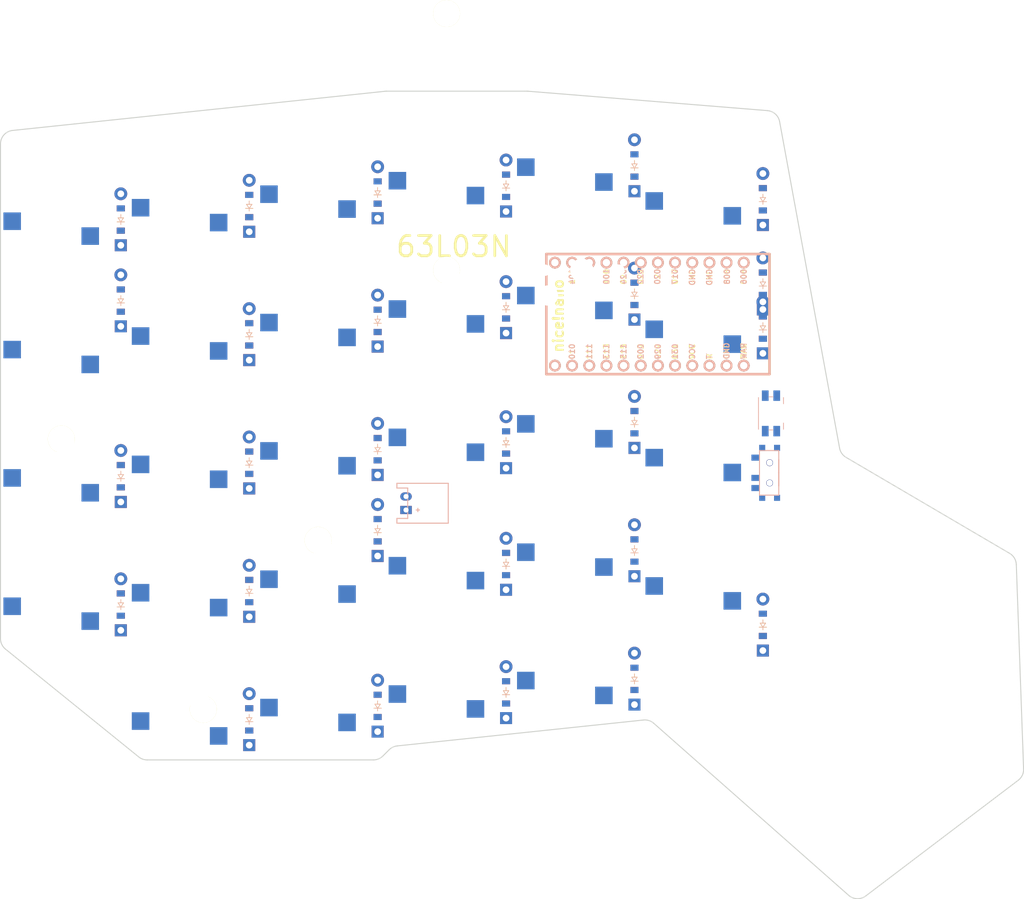
<source format=kicad_pcb>


(kicad_pcb (version 20171130) (host pcbnew 5.1.6)

  (page A3)
  (title_block
    (title "left")
    (rev "v1.0.0")
    (company "Unknown")
  )

  (general
    (thickness 1.6)
  )

  (layers
    (0 F.Cu signal)
    (31 B.Cu signal)
    (32 B.Adhes user)
    (33 F.Adhes user)
    (34 B.Paste user)
    (35 F.Paste user)
    (36 B.SilkS user)
    (37 F.SilkS user)
    (38 B.Mask user)
    (39 F.Mask user)
    (40 Dwgs.User user)
    (41 Cmts.User user)
    (42 Eco1.User user)
    (43 Eco2.User user)
    (44 Edge.Cuts user)
    (45 Margin user)
    (46 B.CrtYd user)
    (47 F.CrtYd user)
    (48 B.Fab user)
    (49 F.Fab user)
  )

  (setup
    (last_trace_width 0.25)
    (trace_clearance 0.2)
    (zone_clearance 0.508)
    (zone_45_only no)
    (trace_min 0.2)
    (via_size 0.8)
    (via_drill 0.4)
    (via_min_size 0.4)
    (via_min_drill 0.3)
    (uvia_size 0.3)
    (uvia_drill 0.1)
    (uvias_allowed no)
    (uvia_min_size 0.2)
    (uvia_min_drill 0.1)
    (edge_width 0.05)
    (segment_width 0.2)
    (pcb_text_width 0.3)
    (pcb_text_size 1.5 1.5)
    (mod_edge_width 0.12)
    (mod_text_size 1 1)
    (mod_text_width 0.15)
    (pad_size 1.524 1.524)
    (pad_drill 0.762)
    (pad_to_mask_clearance 0.05)
    (aux_axis_origin 0 0)
    (visible_elements FFFFFF7F)
    (pcbplotparams
      (layerselection 0x010fc_ffffffff)
      (usegerberextensions false)
      (usegerberattributes true)
      (usegerberadvancedattributes true)
      (creategerberjobfile true)
      (excludeedgelayer true)
      (linewidth 0.100000)
      (plotframeref false)
      (viasonmask false)
      (mode 1)
      (useauxorigin false)
      (hpglpennumber 1)
      (hpglpenspeed 20)
      (hpglpendiameter 15.000000)
      (psnegative false)
      (psa4output false)
      (plotreference true)
      (plotvalue true)
      (plotinvisibletext false)
      (padsonsilk false)
      (subtractmaskfromsilk false)
      (outputformat 1)
      (mirror false)
      (drillshape 1)
      (scaleselection 1)
      (outputdirectory ""))
  )

  (net 0 "")
(net 1 "one_home")
(net 2 "one_top")
(net 3 "one_num")
(net 4 "one_mod")
(net 5 "two_bottom")
(net 6 "two_home")
(net 7 "two_top")
(net 8 "two_num")
(net 9 "two_mod")
(net 10 "three_bottom")
(net 11 "three_home")
(net 12 "three_top")
(net 13 "three_num")
(net 14 "three_mod")
(net 15 "four_bottom")
(net 16 "four_home")
(net 17 "four_top")
(net 18 "four_num")
(net 19 "four_mod")
(net 20 "five_bottom")
(net 21 "five_home")
(net 22 "five_top")
(net 23 "five_num")
(net 24 "five_mod")
(net 25 "six_home")
(net 26 "six_top")
(net 27 "six_num")
(net 28 "six_mod")
(net 29 "P115")
(net 30 "P002")
(net 31 "P031")
(net 32 "P113")
(net 33 "P029")
(net 34 "RAW")
(net 35 "GND")
(net 36 "RST")
(net 37 "VCC")
(net 38 "P111")
(net 39 "P010")
(net 40 "P009")
(net 41 "P006")
(net 42 "P008")
(net 43 "P017")
(net 44 "P020")
(net 45 "P022")
(net 46 "P024")
(net 47 "P100")
(net 48 "P011")
(net 49 "P104")
(net 50 "P106")
(net 51 "pos")

  (net_class Default "This is the default net class."
    (clearance 0.2)
    (trace_width 0.25)
    (via_dia 0.8)
    (via_drill 0.4)
    (uvia_dia 0.3)
    (uvia_drill 0.1)
    (add_net "")
(add_net "one_home")
(add_net "one_top")
(add_net "one_num")
(add_net "one_mod")
(add_net "two_bottom")
(add_net "two_home")
(add_net "two_top")
(add_net "two_num")
(add_net "two_mod")
(add_net "three_bottom")
(add_net "three_home")
(add_net "three_top")
(add_net "three_num")
(add_net "three_mod")
(add_net "four_bottom")
(add_net "four_home")
(add_net "four_top")
(add_net "four_num")
(add_net "four_mod")
(add_net "five_bottom")
(add_net "five_home")
(add_net "five_top")
(add_net "five_num")
(add_net "five_mod")
(add_net "six_home")
(add_net "six_top")
(add_net "six_num")
(add_net "six_mod")
(add_net "P115")
(add_net "P002")
(add_net "P031")
(add_net "P113")
(add_net "P029")
(add_net "RAW")
(add_net "GND")
(add_net "RST")
(add_net "VCC")
(add_net "P111")
(add_net "P010")
(add_net "P009")
(add_net "P006")
(add_net "P008")
(add_net "P017")
(add_net "P020")
(add_net "P022")
(add_net "P024")
(add_net "P100")
(add_net "P011")
(add_net "P104")
(add_net "P106")
(add_net "pos")
  )

  
        
      (module PG1350 (layer F.Cu) (tedit 5DD50112)
      (at 0 -19 180)

      
      (fp_text reference "S1" (at 0 0) (layer F.SilkS) hide (effects (font (size 1.27 1.27) (thickness 0.15))))
      (fp_text value "" (at 0 0) (layer F.SilkS) hide (effects (font (size 1.27 1.27) (thickness 0.15))))

      
      (fp_line (start -7 -6) (end -7 -7) (layer Dwgs.User) (width 0.15))
      (fp_line (start -7 7) (end -6 7) (layer Dwgs.User) (width 0.15))
      (fp_line (start -6 -7) (end -7 -7) (layer Dwgs.User) (width 0.15))
      (fp_line (start -7 7) (end -7 6) (layer Dwgs.User) (width 0.15))
      (fp_line (start 7 6) (end 7 7) (layer Dwgs.User) (width 0.15))
      (fp_line (start 7 -7) (end 6 -7) (layer Dwgs.User) (width 0.15))
      (fp_line (start 6 7) (end 7 7) (layer Dwgs.User) (width 0.15))
      (fp_line (start 7 -7) (end 7 -6) (layer Dwgs.User) (width 0.15))      
      
      
      (pad "" np_thru_hole circle (at 0 0) (size 3.429 3.429) (drill 3.429) (layers *.Cu *.Mask))
        
      
      (pad "" np_thru_hole circle (at 5.5 0) (size 1.7018 1.7018) (drill 1.7018) (layers *.Cu *.Mask))
      (pad "" np_thru_hole circle (at -5.5 0) (size 1.7018 1.7018) (drill 1.7018) (layers *.Cu *.Mask))
      
        
      
      (fp_line (start -9 -8.5) (end 9 -8.5) (layer Dwgs.User) (width 0.15))
      (fp_line (start 9 -8.5) (end 9 8.5) (layer Dwgs.User) (width 0.15))
      (fp_line (start 9 8.5) (end -9 8.5) (layer Dwgs.User) (width 0.15))
      (fp_line (start -9 8.5) (end -9 -8.5) (layer Dwgs.User) (width 0.15))
      
        
          
          (pad "" np_thru_hole circle (at 5 -3.75) (size 3 3) (drill 3) (layers *.Cu *.Mask))
          (pad "" np_thru_hole circle (at 0 -5.95) (size 3 3) (drill 3) (layers *.Cu *.Mask))
      
          
          (pad 1 smd rect (at -3.275 -5.95 180) (size 2.6 2.6) (layers B.Cu B.Paste B.Mask)  (net 0 ""))
          (pad 2 smd rect (at 8.275 -3.75 180) (size 2.6 2.6) (layers B.Cu B.Paste B.Mask)  (net 1 "one_home"))
        )
        

        
      (module PG1350 (layer F.Cu) (tedit 5DD50112)
      (at 0 -38 180)

      
      (fp_text reference "S2" (at 0 0) (layer F.SilkS) hide (effects (font (size 1.27 1.27) (thickness 0.15))))
      (fp_text value "" (at 0 0) (layer F.SilkS) hide (effects (font (size 1.27 1.27) (thickness 0.15))))

      
      (fp_line (start -7 -6) (end -7 -7) (layer Dwgs.User) (width 0.15))
      (fp_line (start -7 7) (end -6 7) (layer Dwgs.User) (width 0.15))
      (fp_line (start -6 -7) (end -7 -7) (layer Dwgs.User) (width 0.15))
      (fp_line (start -7 7) (end -7 6) (layer Dwgs.User) (width 0.15))
      (fp_line (start 7 6) (end 7 7) (layer Dwgs.User) (width 0.15))
      (fp_line (start 7 -7) (end 6 -7) (layer Dwgs.User) (width 0.15))
      (fp_line (start 6 7) (end 7 7) (layer Dwgs.User) (width 0.15))
      (fp_line (start 7 -7) (end 7 -6) (layer Dwgs.User) (width 0.15))      
      
      
      (pad "" np_thru_hole circle (at 0 0) (size 3.429 3.429) (drill 3.429) (layers *.Cu *.Mask))
        
      
      (pad "" np_thru_hole circle (at 5.5 0) (size 1.7018 1.7018) (drill 1.7018) (layers *.Cu *.Mask))
      (pad "" np_thru_hole circle (at -5.5 0) (size 1.7018 1.7018) (drill 1.7018) (layers *.Cu *.Mask))
      
        
      
      (fp_line (start -9 -8.5) (end 9 -8.5) (layer Dwgs.User) (width 0.15))
      (fp_line (start 9 -8.5) (end 9 8.5) (layer Dwgs.User) (width 0.15))
      (fp_line (start 9 8.5) (end -9 8.5) (layer Dwgs.User) (width 0.15))
      (fp_line (start -9 8.5) (end -9 -8.5) (layer Dwgs.User) (width 0.15))
      
        
          
          (pad "" np_thru_hole circle (at 5 -3.75) (size 3 3) (drill 3) (layers *.Cu *.Mask))
          (pad "" np_thru_hole circle (at 0 -5.95) (size 3 3) (drill 3) (layers *.Cu *.Mask))
      
          
          (pad 1 smd rect (at -3.275 -5.95 180) (size 2.6 2.6) (layers B.Cu B.Paste B.Mask)  (net 0 ""))
          (pad 2 smd rect (at 8.275 -3.75 180) (size 2.6 2.6) (layers B.Cu B.Paste B.Mask)  (net 2 "one_top"))
        )
        

        
      (module PG1350 (layer F.Cu) (tedit 5DD50112)
      (at 0 -57 180)

      
      (fp_text reference "S3" (at 0 0) (layer F.SilkS) hide (effects (font (size 1.27 1.27) (thickness 0.15))))
      (fp_text value "" (at 0 0) (layer F.SilkS) hide (effects (font (size 1.27 1.27) (thickness 0.15))))

      
      (fp_line (start -7 -6) (end -7 -7) (layer Dwgs.User) (width 0.15))
      (fp_line (start -7 7) (end -6 7) (layer Dwgs.User) (width 0.15))
      (fp_line (start -6 -7) (end -7 -7) (layer Dwgs.User) (width 0.15))
      (fp_line (start -7 7) (end -7 6) (layer Dwgs.User) (width 0.15))
      (fp_line (start 7 6) (end 7 7) (layer Dwgs.User) (width 0.15))
      (fp_line (start 7 -7) (end 6 -7) (layer Dwgs.User) (width 0.15))
      (fp_line (start 6 7) (end 7 7) (layer Dwgs.User) (width 0.15))
      (fp_line (start 7 -7) (end 7 -6) (layer Dwgs.User) (width 0.15))      
      
      
      (pad "" np_thru_hole circle (at 0 0) (size 3.429 3.429) (drill 3.429) (layers *.Cu *.Mask))
        
      
      (pad "" np_thru_hole circle (at 5.5 0) (size 1.7018 1.7018) (drill 1.7018) (layers *.Cu *.Mask))
      (pad "" np_thru_hole circle (at -5.5 0) (size 1.7018 1.7018) (drill 1.7018) (layers *.Cu *.Mask))
      
        
      
      (fp_line (start -9 -8.5) (end 9 -8.5) (layer Dwgs.User) (width 0.15))
      (fp_line (start 9 -8.5) (end 9 8.5) (layer Dwgs.User) (width 0.15))
      (fp_line (start 9 8.5) (end -9 8.5) (layer Dwgs.User) (width 0.15))
      (fp_line (start -9 8.5) (end -9 -8.5) (layer Dwgs.User) (width 0.15))
      
        
          
          (pad "" np_thru_hole circle (at 5 -3.75) (size 3 3) (drill 3) (layers *.Cu *.Mask))
          (pad "" np_thru_hole circle (at 0 -5.95) (size 3 3) (drill 3) (layers *.Cu *.Mask))
      
          
          (pad 1 smd rect (at -3.275 -5.95 180) (size 2.6 2.6) (layers B.Cu B.Paste B.Mask)  (net 0 ""))
          (pad 2 smd rect (at 8.275 -3.75 180) (size 2.6 2.6) (layers B.Cu B.Paste B.Mask)  (net 3 "one_num"))
        )
        

        
      (module PG1350 (layer F.Cu) (tedit 5DD50112)
      (at 0 -76 180)

      
      (fp_text reference "S4" (at 0 0) (layer F.SilkS) hide (effects (font (size 1.27 1.27) (thickness 0.15))))
      (fp_text value "" (at 0 0) (layer F.SilkS) hide (effects (font (size 1.27 1.27) (thickness 0.15))))

      
      (fp_line (start -7 -6) (end -7 -7) (layer Dwgs.User) (width 0.15))
      (fp_line (start -7 7) (end -6 7) (layer Dwgs.User) (width 0.15))
      (fp_line (start -6 -7) (end -7 -7) (layer Dwgs.User) (width 0.15))
      (fp_line (start -7 7) (end -7 6) (layer Dwgs.User) (width 0.15))
      (fp_line (start 7 6) (end 7 7) (layer Dwgs.User) (width 0.15))
      (fp_line (start 7 -7) (end 6 -7) (layer Dwgs.User) (width 0.15))
      (fp_line (start 6 7) (end 7 7) (layer Dwgs.User) (width 0.15))
      (fp_line (start 7 -7) (end 7 -6) (layer Dwgs.User) (width 0.15))      
      
      
      (pad "" np_thru_hole circle (at 0 0) (size 3.429 3.429) (drill 3.429) (layers *.Cu *.Mask))
        
      
      (pad "" np_thru_hole circle (at 5.5 0) (size 1.7018 1.7018) (drill 1.7018) (layers *.Cu *.Mask))
      (pad "" np_thru_hole circle (at -5.5 0) (size 1.7018 1.7018) (drill 1.7018) (layers *.Cu *.Mask))
      
        
      
      (fp_line (start -9 -8.5) (end 9 -8.5) (layer Dwgs.User) (width 0.15))
      (fp_line (start 9 -8.5) (end 9 8.5) (layer Dwgs.User) (width 0.15))
      (fp_line (start 9 8.5) (end -9 8.5) (layer Dwgs.User) (width 0.15))
      (fp_line (start -9 8.5) (end -9 -8.5) (layer Dwgs.User) (width 0.15))
      
        
          
          (pad "" np_thru_hole circle (at 5 -3.75) (size 3 3) (drill 3) (layers *.Cu *.Mask))
          (pad "" np_thru_hole circle (at 0 -5.95) (size 3 3) (drill 3) (layers *.Cu *.Mask))
      
          
          (pad 1 smd rect (at -3.275 -5.95 180) (size 2.6 2.6) (layers B.Cu B.Paste B.Mask)  (net 0 ""))
          (pad 2 smd rect (at 8.275 -3.75 180) (size 2.6 2.6) (layers B.Cu B.Paste B.Mask)  (net 4 "one_mod"))
        )
        

        
      (module PG1350 (layer F.Cu) (tedit 5DD50112)
      (at 19 -2 180)

      
      (fp_text reference "S5" (at 0 0) (layer F.SilkS) hide (effects (font (size 1.27 1.27) (thickness 0.15))))
      (fp_text value "" (at 0 0) (layer F.SilkS) hide (effects (font (size 1.27 1.27) (thickness 0.15))))

      
      (fp_line (start -7 -6) (end -7 -7) (layer Dwgs.User) (width 0.15))
      (fp_line (start -7 7) (end -6 7) (layer Dwgs.User) (width 0.15))
      (fp_line (start -6 -7) (end -7 -7) (layer Dwgs.User) (width 0.15))
      (fp_line (start -7 7) (end -7 6) (layer Dwgs.User) (width 0.15))
      (fp_line (start 7 6) (end 7 7) (layer Dwgs.User) (width 0.15))
      (fp_line (start 7 -7) (end 6 -7) (layer Dwgs.User) (width 0.15))
      (fp_line (start 6 7) (end 7 7) (layer Dwgs.User) (width 0.15))
      (fp_line (start 7 -7) (end 7 -6) (layer Dwgs.User) (width 0.15))      
      
      
      (pad "" np_thru_hole circle (at 0 0) (size 3.429 3.429) (drill 3.429) (layers *.Cu *.Mask))
        
      
      (pad "" np_thru_hole circle (at 5.5 0) (size 1.7018 1.7018) (drill 1.7018) (layers *.Cu *.Mask))
      (pad "" np_thru_hole circle (at -5.5 0) (size 1.7018 1.7018) (drill 1.7018) (layers *.Cu *.Mask))
      
        
      
      (fp_line (start -9 -8.5) (end 9 -8.5) (layer Dwgs.User) (width 0.15))
      (fp_line (start 9 -8.5) (end 9 8.5) (layer Dwgs.User) (width 0.15))
      (fp_line (start 9 8.5) (end -9 8.5) (layer Dwgs.User) (width 0.15))
      (fp_line (start -9 8.5) (end -9 -8.5) (layer Dwgs.User) (width 0.15))
      
        
          
          (pad "" np_thru_hole circle (at 5 -3.75) (size 3 3) (drill 3) (layers *.Cu *.Mask))
          (pad "" np_thru_hole circle (at 0 -5.95) (size 3 3) (drill 3) (layers *.Cu *.Mask))
      
          
          (pad 1 smd rect (at -3.275 -5.95 180) (size 2.6 2.6) (layers B.Cu B.Paste B.Mask)  (net 0 ""))
          (pad 2 smd rect (at 8.275 -3.75 180) (size 2.6 2.6) (layers B.Cu B.Paste B.Mask)  (net 5 "two_bottom"))
        )
        

        
      (module PG1350 (layer F.Cu) (tedit 5DD50112)
      (at 19 -21 180)

      
      (fp_text reference "S6" (at 0 0) (layer F.SilkS) hide (effects (font (size 1.27 1.27) (thickness 0.15))))
      (fp_text value "" (at 0 0) (layer F.SilkS) hide (effects (font (size 1.27 1.27) (thickness 0.15))))

      
      (fp_line (start -7 -6) (end -7 -7) (layer Dwgs.User) (width 0.15))
      (fp_line (start -7 7) (end -6 7) (layer Dwgs.User) (width 0.15))
      (fp_line (start -6 -7) (end -7 -7) (layer Dwgs.User) (width 0.15))
      (fp_line (start -7 7) (end -7 6) (layer Dwgs.User) (width 0.15))
      (fp_line (start 7 6) (end 7 7) (layer Dwgs.User) (width 0.15))
      (fp_line (start 7 -7) (end 6 -7) (layer Dwgs.User) (width 0.15))
      (fp_line (start 6 7) (end 7 7) (layer Dwgs.User) (width 0.15))
      (fp_line (start 7 -7) (end 7 -6) (layer Dwgs.User) (width 0.15))      
      
      
      (pad "" np_thru_hole circle (at 0 0) (size 3.429 3.429) (drill 3.429) (layers *.Cu *.Mask))
        
      
      (pad "" np_thru_hole circle (at 5.5 0) (size 1.7018 1.7018) (drill 1.7018) (layers *.Cu *.Mask))
      (pad "" np_thru_hole circle (at -5.5 0) (size 1.7018 1.7018) (drill 1.7018) (layers *.Cu *.Mask))
      
        
      
      (fp_line (start -9 -8.5) (end 9 -8.5) (layer Dwgs.User) (width 0.15))
      (fp_line (start 9 -8.5) (end 9 8.5) (layer Dwgs.User) (width 0.15))
      (fp_line (start 9 8.5) (end -9 8.5) (layer Dwgs.User) (width 0.15))
      (fp_line (start -9 8.5) (end -9 -8.5) (layer Dwgs.User) (width 0.15))
      
        
          
          (pad "" np_thru_hole circle (at 5 -3.75) (size 3 3) (drill 3) (layers *.Cu *.Mask))
          (pad "" np_thru_hole circle (at 0 -5.95) (size 3 3) (drill 3) (layers *.Cu *.Mask))
      
          
          (pad 1 smd rect (at -3.275 -5.95 180) (size 2.6 2.6) (layers B.Cu B.Paste B.Mask)  (net 0 ""))
          (pad 2 smd rect (at 8.275 -3.75 180) (size 2.6 2.6) (layers B.Cu B.Paste B.Mask)  (net 6 "two_home"))
        )
        

        
      (module PG1350 (layer F.Cu) (tedit 5DD50112)
      (at 19 -40 180)

      
      (fp_text reference "S7" (at 0 0) (layer F.SilkS) hide (effects (font (size 1.27 1.27) (thickness 0.15))))
      (fp_text value "" (at 0 0) (layer F.SilkS) hide (effects (font (size 1.27 1.27) (thickness 0.15))))

      
      (fp_line (start -7 -6) (end -7 -7) (layer Dwgs.User) (width 0.15))
      (fp_line (start -7 7) (end -6 7) (layer Dwgs.User) (width 0.15))
      (fp_line (start -6 -7) (end -7 -7) (layer Dwgs.User) (width 0.15))
      (fp_line (start -7 7) (end -7 6) (layer Dwgs.User) (width 0.15))
      (fp_line (start 7 6) (end 7 7) (layer Dwgs.User) (width 0.15))
      (fp_line (start 7 -7) (end 6 -7) (layer Dwgs.User) (width 0.15))
      (fp_line (start 6 7) (end 7 7) (layer Dwgs.User) (width 0.15))
      (fp_line (start 7 -7) (end 7 -6) (layer Dwgs.User) (width 0.15))      
      
      
      (pad "" np_thru_hole circle (at 0 0) (size 3.429 3.429) (drill 3.429) (layers *.Cu *.Mask))
        
      
      (pad "" np_thru_hole circle (at 5.5 0) (size 1.7018 1.7018) (drill 1.7018) (layers *.Cu *.Mask))
      (pad "" np_thru_hole circle (at -5.5 0) (size 1.7018 1.7018) (drill 1.7018) (layers *.Cu *.Mask))
      
        
      
      (fp_line (start -9 -8.5) (end 9 -8.5) (layer Dwgs.User) (width 0.15))
      (fp_line (start 9 -8.5) (end 9 8.5) (layer Dwgs.User) (width 0.15))
      (fp_line (start 9 8.5) (end -9 8.5) (layer Dwgs.User) (width 0.15))
      (fp_line (start -9 8.5) (end -9 -8.5) (layer Dwgs.User) (width 0.15))
      
        
          
          (pad "" np_thru_hole circle (at 5 -3.75) (size 3 3) (drill 3) (layers *.Cu *.Mask))
          (pad "" np_thru_hole circle (at 0 -5.95) (size 3 3) (drill 3) (layers *.Cu *.Mask))
      
          
          (pad 1 smd rect (at -3.275 -5.95 180) (size 2.6 2.6) (layers B.Cu B.Paste B.Mask)  (net 0 ""))
          (pad 2 smd rect (at 8.275 -3.75 180) (size 2.6 2.6) (layers B.Cu B.Paste B.Mask)  (net 7 "two_top"))
        )
        

        
      (module PG1350 (layer F.Cu) (tedit 5DD50112)
      (at 19 -59 180)

      
      (fp_text reference "S8" (at 0 0) (layer F.SilkS) hide (effects (font (size 1.27 1.27) (thickness 0.15))))
      (fp_text value "" (at 0 0) (layer F.SilkS) hide (effects (font (size 1.27 1.27) (thickness 0.15))))

      
      (fp_line (start -7 -6) (end -7 -7) (layer Dwgs.User) (width 0.15))
      (fp_line (start -7 7) (end -6 7) (layer Dwgs.User) (width 0.15))
      (fp_line (start -6 -7) (end -7 -7) (layer Dwgs.User) (width 0.15))
      (fp_line (start -7 7) (end -7 6) (layer Dwgs.User) (width 0.15))
      (fp_line (start 7 6) (end 7 7) (layer Dwgs.User) (width 0.15))
      (fp_line (start 7 -7) (end 6 -7) (layer Dwgs.User) (width 0.15))
      (fp_line (start 6 7) (end 7 7) (layer Dwgs.User) (width 0.15))
      (fp_line (start 7 -7) (end 7 -6) (layer Dwgs.User) (width 0.15))      
      
      
      (pad "" np_thru_hole circle (at 0 0) (size 3.429 3.429) (drill 3.429) (layers *.Cu *.Mask))
        
      
      (pad "" np_thru_hole circle (at 5.5 0) (size 1.7018 1.7018) (drill 1.7018) (layers *.Cu *.Mask))
      (pad "" np_thru_hole circle (at -5.5 0) (size 1.7018 1.7018) (drill 1.7018) (layers *.Cu *.Mask))
      
        
      
      (fp_line (start -9 -8.5) (end 9 -8.5) (layer Dwgs.User) (width 0.15))
      (fp_line (start 9 -8.5) (end 9 8.5) (layer Dwgs.User) (width 0.15))
      (fp_line (start 9 8.5) (end -9 8.5) (layer Dwgs.User) (width 0.15))
      (fp_line (start -9 8.5) (end -9 -8.5) (layer Dwgs.User) (width 0.15))
      
        
          
          (pad "" np_thru_hole circle (at 5 -3.75) (size 3 3) (drill 3) (layers *.Cu *.Mask))
          (pad "" np_thru_hole circle (at 0 -5.95) (size 3 3) (drill 3) (layers *.Cu *.Mask))
      
          
          (pad 1 smd rect (at -3.275 -5.95 180) (size 2.6 2.6) (layers B.Cu B.Paste B.Mask)  (net 0 ""))
          (pad 2 smd rect (at 8.275 -3.75 180) (size 2.6 2.6) (layers B.Cu B.Paste B.Mask)  (net 8 "two_num"))
        )
        

        
      (module PG1350 (layer F.Cu) (tedit 5DD50112)
      (at 19 -78 180)

      
      (fp_text reference "S9" (at 0 0) (layer F.SilkS) hide (effects (font (size 1.27 1.27) (thickness 0.15))))
      (fp_text value "" (at 0 0) (layer F.SilkS) hide (effects (font (size 1.27 1.27) (thickness 0.15))))

      
      (fp_line (start -7 -6) (end -7 -7) (layer Dwgs.User) (width 0.15))
      (fp_line (start -7 7) (end -6 7) (layer Dwgs.User) (width 0.15))
      (fp_line (start -6 -7) (end -7 -7) (layer Dwgs.User) (width 0.15))
      (fp_line (start -7 7) (end -7 6) (layer Dwgs.User) (width 0.15))
      (fp_line (start 7 6) (end 7 7) (layer Dwgs.User) (width 0.15))
      (fp_line (start 7 -7) (end 6 -7) (layer Dwgs.User) (width 0.15))
      (fp_line (start 6 7) (end 7 7) (layer Dwgs.User) (width 0.15))
      (fp_line (start 7 -7) (end 7 -6) (layer Dwgs.User) (width 0.15))      
      
      
      (pad "" np_thru_hole circle (at 0 0) (size 3.429 3.429) (drill 3.429) (layers *.Cu *.Mask))
        
      
      (pad "" np_thru_hole circle (at 5.5 0) (size 1.7018 1.7018) (drill 1.7018) (layers *.Cu *.Mask))
      (pad "" np_thru_hole circle (at -5.5 0) (size 1.7018 1.7018) (drill 1.7018) (layers *.Cu *.Mask))
      
        
      
      (fp_line (start -9 -8.5) (end 9 -8.5) (layer Dwgs.User) (width 0.15))
      (fp_line (start 9 -8.5) (end 9 8.5) (layer Dwgs.User) (width 0.15))
      (fp_line (start 9 8.5) (end -9 8.5) (layer Dwgs.User) (width 0.15))
      (fp_line (start -9 8.5) (end -9 -8.5) (layer Dwgs.User) (width 0.15))
      
        
          
          (pad "" np_thru_hole circle (at 5 -3.75) (size 3 3) (drill 3) (layers *.Cu *.Mask))
          (pad "" np_thru_hole circle (at 0 -5.95) (size 3 3) (drill 3) (layers *.Cu *.Mask))
      
          
          (pad 1 smd rect (at -3.275 -5.95 180) (size 2.6 2.6) (layers B.Cu B.Paste B.Mask)  (net 0 ""))
          (pad 2 smd rect (at 8.275 -3.75 180) (size 2.6 2.6) (layers B.Cu B.Paste B.Mask)  (net 9 "two_mod"))
        )
        

        
      (module PG1350 (layer F.Cu) (tedit 5DD50112)
      (at 38 -4 180)

      
      (fp_text reference "S10" (at 0 0) (layer F.SilkS) hide (effects (font (size 1.27 1.27) (thickness 0.15))))
      (fp_text value "" (at 0 0) (layer F.SilkS) hide (effects (font (size 1.27 1.27) (thickness 0.15))))

      
      (fp_line (start -7 -6) (end -7 -7) (layer Dwgs.User) (width 0.15))
      (fp_line (start -7 7) (end -6 7) (layer Dwgs.User) (width 0.15))
      (fp_line (start -6 -7) (end -7 -7) (layer Dwgs.User) (width 0.15))
      (fp_line (start -7 7) (end -7 6) (layer Dwgs.User) (width 0.15))
      (fp_line (start 7 6) (end 7 7) (layer Dwgs.User) (width 0.15))
      (fp_line (start 7 -7) (end 6 -7) (layer Dwgs.User) (width 0.15))
      (fp_line (start 6 7) (end 7 7) (layer Dwgs.User) (width 0.15))
      (fp_line (start 7 -7) (end 7 -6) (layer Dwgs.User) (width 0.15))      
      
      
      (pad "" np_thru_hole circle (at 0 0) (size 3.429 3.429) (drill 3.429) (layers *.Cu *.Mask))
        
      
      (pad "" np_thru_hole circle (at 5.5 0) (size 1.7018 1.7018) (drill 1.7018) (layers *.Cu *.Mask))
      (pad "" np_thru_hole circle (at -5.5 0) (size 1.7018 1.7018) (drill 1.7018) (layers *.Cu *.Mask))
      
        
      
      (fp_line (start -9 -8.5) (end 9 -8.5) (layer Dwgs.User) (width 0.15))
      (fp_line (start 9 -8.5) (end 9 8.5) (layer Dwgs.User) (width 0.15))
      (fp_line (start 9 8.5) (end -9 8.5) (layer Dwgs.User) (width 0.15))
      (fp_line (start -9 8.5) (end -9 -8.5) (layer Dwgs.User) (width 0.15))
      
        
          
          (pad "" np_thru_hole circle (at 5 -3.75) (size 3 3) (drill 3) (layers *.Cu *.Mask))
          (pad "" np_thru_hole circle (at 0 -5.95) (size 3 3) (drill 3) (layers *.Cu *.Mask))
      
          
          (pad 1 smd rect (at -3.275 -5.95 180) (size 2.6 2.6) (layers B.Cu B.Paste B.Mask)  (net 0 ""))
          (pad 2 smd rect (at 8.275 -3.75 180) (size 2.6 2.6) (layers B.Cu B.Paste B.Mask)  (net 10 "three_bottom"))
        )
        

        
      (module PG1350 (layer F.Cu) (tedit 5DD50112)
      (at 38 -23 180)

      
      (fp_text reference "S11" (at 0 0) (layer F.SilkS) hide (effects (font (size 1.27 1.27) (thickness 0.15))))
      (fp_text value "" (at 0 0) (layer F.SilkS) hide (effects (font (size 1.27 1.27) (thickness 0.15))))

      
      (fp_line (start -7 -6) (end -7 -7) (layer Dwgs.User) (width 0.15))
      (fp_line (start -7 7) (end -6 7) (layer Dwgs.User) (width 0.15))
      (fp_line (start -6 -7) (end -7 -7) (layer Dwgs.User) (width 0.15))
      (fp_line (start -7 7) (end -7 6) (layer Dwgs.User) (width 0.15))
      (fp_line (start 7 6) (end 7 7) (layer Dwgs.User) (width 0.15))
      (fp_line (start 7 -7) (end 6 -7) (layer Dwgs.User) (width 0.15))
      (fp_line (start 6 7) (end 7 7) (layer Dwgs.User) (width 0.15))
      (fp_line (start 7 -7) (end 7 -6) (layer Dwgs.User) (width 0.15))      
      
      
      (pad "" np_thru_hole circle (at 0 0) (size 3.429 3.429) (drill 3.429) (layers *.Cu *.Mask))
        
      
      (pad "" np_thru_hole circle (at 5.5 0) (size 1.7018 1.7018) (drill 1.7018) (layers *.Cu *.Mask))
      (pad "" np_thru_hole circle (at -5.5 0) (size 1.7018 1.7018) (drill 1.7018) (layers *.Cu *.Mask))
      
        
      
      (fp_line (start -9 -8.5) (end 9 -8.5) (layer Dwgs.User) (width 0.15))
      (fp_line (start 9 -8.5) (end 9 8.5) (layer Dwgs.User) (width 0.15))
      (fp_line (start 9 8.5) (end -9 8.5) (layer Dwgs.User) (width 0.15))
      (fp_line (start -9 8.5) (end -9 -8.5) (layer Dwgs.User) (width 0.15))
      
        
          
          (pad "" np_thru_hole circle (at 5 -3.75) (size 3 3) (drill 3) (layers *.Cu *.Mask))
          (pad "" np_thru_hole circle (at 0 -5.95) (size 3 3) (drill 3) (layers *.Cu *.Mask))
      
          
          (pad 1 smd rect (at -3.275 -5.95 180) (size 2.6 2.6) (layers B.Cu B.Paste B.Mask)  (net 0 ""))
          (pad 2 smd rect (at 8.275 -3.75 180) (size 2.6 2.6) (layers B.Cu B.Paste B.Mask)  (net 11 "three_home"))
        )
        

        
      (module PG1350 (layer F.Cu) (tedit 5DD50112)
      (at 38 -42 180)

      
      (fp_text reference "S12" (at 0 0) (layer F.SilkS) hide (effects (font (size 1.27 1.27) (thickness 0.15))))
      (fp_text value "" (at 0 0) (layer F.SilkS) hide (effects (font (size 1.27 1.27) (thickness 0.15))))

      
      (fp_line (start -7 -6) (end -7 -7) (layer Dwgs.User) (width 0.15))
      (fp_line (start -7 7) (end -6 7) (layer Dwgs.User) (width 0.15))
      (fp_line (start -6 -7) (end -7 -7) (layer Dwgs.User) (width 0.15))
      (fp_line (start -7 7) (end -7 6) (layer Dwgs.User) (width 0.15))
      (fp_line (start 7 6) (end 7 7) (layer Dwgs.User) (width 0.15))
      (fp_line (start 7 -7) (end 6 -7) (layer Dwgs.User) (width 0.15))
      (fp_line (start 6 7) (end 7 7) (layer Dwgs.User) (width 0.15))
      (fp_line (start 7 -7) (end 7 -6) (layer Dwgs.User) (width 0.15))      
      
      
      (pad "" np_thru_hole circle (at 0 0) (size 3.429 3.429) (drill 3.429) (layers *.Cu *.Mask))
        
      
      (pad "" np_thru_hole circle (at 5.5 0) (size 1.7018 1.7018) (drill 1.7018) (layers *.Cu *.Mask))
      (pad "" np_thru_hole circle (at -5.5 0) (size 1.7018 1.7018) (drill 1.7018) (layers *.Cu *.Mask))
      
        
      
      (fp_line (start -9 -8.5) (end 9 -8.5) (layer Dwgs.User) (width 0.15))
      (fp_line (start 9 -8.5) (end 9 8.5) (layer Dwgs.User) (width 0.15))
      (fp_line (start 9 8.5) (end -9 8.5) (layer Dwgs.User) (width 0.15))
      (fp_line (start -9 8.5) (end -9 -8.5) (layer Dwgs.User) (width 0.15))
      
        
          
          (pad "" np_thru_hole circle (at 5 -3.75) (size 3 3) (drill 3) (layers *.Cu *.Mask))
          (pad "" np_thru_hole circle (at 0 -5.95) (size 3 3) (drill 3) (layers *.Cu *.Mask))
      
          
          (pad 1 smd rect (at -3.275 -5.95 180) (size 2.6 2.6) (layers B.Cu B.Paste B.Mask)  (net 0 ""))
          (pad 2 smd rect (at 8.275 -3.75 180) (size 2.6 2.6) (layers B.Cu B.Paste B.Mask)  (net 12 "three_top"))
        )
        

        
      (module PG1350 (layer F.Cu) (tedit 5DD50112)
      (at 38 -61 180)

      
      (fp_text reference "S13" (at 0 0) (layer F.SilkS) hide (effects (font (size 1.27 1.27) (thickness 0.15))))
      (fp_text value "" (at 0 0) (layer F.SilkS) hide (effects (font (size 1.27 1.27) (thickness 0.15))))

      
      (fp_line (start -7 -6) (end -7 -7) (layer Dwgs.User) (width 0.15))
      (fp_line (start -7 7) (end -6 7) (layer Dwgs.User) (width 0.15))
      (fp_line (start -6 -7) (end -7 -7) (layer Dwgs.User) (width 0.15))
      (fp_line (start -7 7) (end -7 6) (layer Dwgs.User) (width 0.15))
      (fp_line (start 7 6) (end 7 7) (layer Dwgs.User) (width 0.15))
      (fp_line (start 7 -7) (end 6 -7) (layer Dwgs.User) (width 0.15))
      (fp_line (start 6 7) (end 7 7) (layer Dwgs.User) (width 0.15))
      (fp_line (start 7 -7) (end 7 -6) (layer Dwgs.User) (width 0.15))      
      
      
      (pad "" np_thru_hole circle (at 0 0) (size 3.429 3.429) (drill 3.429) (layers *.Cu *.Mask))
        
      
      (pad "" np_thru_hole circle (at 5.5 0) (size 1.7018 1.7018) (drill 1.7018) (layers *.Cu *.Mask))
      (pad "" np_thru_hole circle (at -5.5 0) (size 1.7018 1.7018) (drill 1.7018) (layers *.Cu *.Mask))
      
        
      
      (fp_line (start -9 -8.5) (end 9 -8.5) (layer Dwgs.User) (width 0.15))
      (fp_line (start 9 -8.5) (end 9 8.5) (layer Dwgs.User) (width 0.15))
      (fp_line (start 9 8.5) (end -9 8.5) (layer Dwgs.User) (width 0.15))
      (fp_line (start -9 8.5) (end -9 -8.5) (layer Dwgs.User) (width 0.15))
      
        
          
          (pad "" np_thru_hole circle (at 5 -3.75) (size 3 3) (drill 3) (layers *.Cu *.Mask))
          (pad "" np_thru_hole circle (at 0 -5.95) (size 3 3) (drill 3) (layers *.Cu *.Mask))
      
          
          (pad 1 smd rect (at -3.275 -5.95 180) (size 2.6 2.6) (layers B.Cu B.Paste B.Mask)  (net 0 ""))
          (pad 2 smd rect (at 8.275 -3.75 180) (size 2.6 2.6) (layers B.Cu B.Paste B.Mask)  (net 13 "three_num"))
        )
        

        
      (module PG1350 (layer F.Cu) (tedit 5DD50112)
      (at 38 -80 180)

      
      (fp_text reference "S14" (at 0 0) (layer F.SilkS) hide (effects (font (size 1.27 1.27) (thickness 0.15))))
      (fp_text value "" (at 0 0) (layer F.SilkS) hide (effects (font (size 1.27 1.27) (thickness 0.15))))

      
      (fp_line (start -7 -6) (end -7 -7) (layer Dwgs.User) (width 0.15))
      (fp_line (start -7 7) (end -6 7) (layer Dwgs.User) (width 0.15))
      (fp_line (start -6 -7) (end -7 -7) (layer Dwgs.User) (width 0.15))
      (fp_line (start -7 7) (end -7 6) (layer Dwgs.User) (width 0.15))
      (fp_line (start 7 6) (end 7 7) (layer Dwgs.User) (width 0.15))
      (fp_line (start 7 -7) (end 6 -7) (layer Dwgs.User) (width 0.15))
      (fp_line (start 6 7) (end 7 7) (layer Dwgs.User) (width 0.15))
      (fp_line (start 7 -7) (end 7 -6) (layer Dwgs.User) (width 0.15))      
      
      
      (pad "" np_thru_hole circle (at 0 0) (size 3.429 3.429) (drill 3.429) (layers *.Cu *.Mask))
        
      
      (pad "" np_thru_hole circle (at 5.5 0) (size 1.7018 1.7018) (drill 1.7018) (layers *.Cu *.Mask))
      (pad "" np_thru_hole circle (at -5.5 0) (size 1.7018 1.7018) (drill 1.7018) (layers *.Cu *.Mask))
      
        
      
      (fp_line (start -9 -8.5) (end 9 -8.5) (layer Dwgs.User) (width 0.15))
      (fp_line (start 9 -8.5) (end 9 8.5) (layer Dwgs.User) (width 0.15))
      (fp_line (start 9 8.5) (end -9 8.5) (layer Dwgs.User) (width 0.15))
      (fp_line (start -9 8.5) (end -9 -8.5) (layer Dwgs.User) (width 0.15))
      
        
          
          (pad "" np_thru_hole circle (at 5 -3.75) (size 3 3) (drill 3) (layers *.Cu *.Mask))
          (pad "" np_thru_hole circle (at 0 -5.95) (size 3 3) (drill 3) (layers *.Cu *.Mask))
      
          
          (pad 1 smd rect (at -3.275 -5.95 180) (size 2.6 2.6) (layers B.Cu B.Paste B.Mask)  (net 0 ""))
          (pad 2 smd rect (at 8.275 -3.75 180) (size 2.6 2.6) (layers B.Cu B.Paste B.Mask)  (net 14 "three_mod"))
        )
        

        
      (module PG1350 (layer F.Cu) (tedit 5DD50112)
      (at 57 -6 180)

      
      (fp_text reference "S15" (at 0 0) (layer F.SilkS) hide (effects (font (size 1.27 1.27) (thickness 0.15))))
      (fp_text value "" (at 0 0) (layer F.SilkS) hide (effects (font (size 1.27 1.27) (thickness 0.15))))

      
      (fp_line (start -7 -6) (end -7 -7) (layer Dwgs.User) (width 0.15))
      (fp_line (start -7 7) (end -6 7) (layer Dwgs.User) (width 0.15))
      (fp_line (start -6 -7) (end -7 -7) (layer Dwgs.User) (width 0.15))
      (fp_line (start -7 7) (end -7 6) (layer Dwgs.User) (width 0.15))
      (fp_line (start 7 6) (end 7 7) (layer Dwgs.User) (width 0.15))
      (fp_line (start 7 -7) (end 6 -7) (layer Dwgs.User) (width 0.15))
      (fp_line (start 6 7) (end 7 7) (layer Dwgs.User) (width 0.15))
      (fp_line (start 7 -7) (end 7 -6) (layer Dwgs.User) (width 0.15))      
      
      
      (pad "" np_thru_hole circle (at 0 0) (size 3.429 3.429) (drill 3.429) (layers *.Cu *.Mask))
        
      
      (pad "" np_thru_hole circle (at 5.5 0) (size 1.7018 1.7018) (drill 1.7018) (layers *.Cu *.Mask))
      (pad "" np_thru_hole circle (at -5.5 0) (size 1.7018 1.7018) (drill 1.7018) (layers *.Cu *.Mask))
      
        
      
      (fp_line (start -9 -8.5) (end 9 -8.5) (layer Dwgs.User) (width 0.15))
      (fp_line (start 9 -8.5) (end 9 8.5) (layer Dwgs.User) (width 0.15))
      (fp_line (start 9 8.5) (end -9 8.5) (layer Dwgs.User) (width 0.15))
      (fp_line (start -9 8.5) (end -9 -8.5) (layer Dwgs.User) (width 0.15))
      
        
          
          (pad "" np_thru_hole circle (at 5 -3.75) (size 3 3) (drill 3) (layers *.Cu *.Mask))
          (pad "" np_thru_hole circle (at 0 -5.95) (size 3 3) (drill 3) (layers *.Cu *.Mask))
      
          
          (pad 1 smd rect (at -3.275 -5.95 180) (size 2.6 2.6) (layers B.Cu B.Paste B.Mask)  (net 0 ""))
          (pad 2 smd rect (at 8.275 -3.75 180) (size 2.6 2.6) (layers B.Cu B.Paste B.Mask)  (net 15 "four_bottom"))
        )
        

        
      (module PG1350 (layer F.Cu) (tedit 5DD50112)
      (at 57 -25 180)

      
      (fp_text reference "S16" (at 0 0) (layer F.SilkS) hide (effects (font (size 1.27 1.27) (thickness 0.15))))
      (fp_text value "" (at 0 0) (layer F.SilkS) hide (effects (font (size 1.27 1.27) (thickness 0.15))))

      
      (fp_line (start -7 -6) (end -7 -7) (layer Dwgs.User) (width 0.15))
      (fp_line (start -7 7) (end -6 7) (layer Dwgs.User) (width 0.15))
      (fp_line (start -6 -7) (end -7 -7) (layer Dwgs.User) (width 0.15))
      (fp_line (start -7 7) (end -7 6) (layer Dwgs.User) (width 0.15))
      (fp_line (start 7 6) (end 7 7) (layer Dwgs.User) (width 0.15))
      (fp_line (start 7 -7) (end 6 -7) (layer Dwgs.User) (width 0.15))
      (fp_line (start 6 7) (end 7 7) (layer Dwgs.User) (width 0.15))
      (fp_line (start 7 -7) (end 7 -6) (layer Dwgs.User) (width 0.15))      
      
      
      (pad "" np_thru_hole circle (at 0 0) (size 3.429 3.429) (drill 3.429) (layers *.Cu *.Mask))
        
      
      (pad "" np_thru_hole circle (at 5.5 0) (size 1.7018 1.7018) (drill 1.7018) (layers *.Cu *.Mask))
      (pad "" np_thru_hole circle (at -5.5 0) (size 1.7018 1.7018) (drill 1.7018) (layers *.Cu *.Mask))
      
        
      
      (fp_line (start -9 -8.5) (end 9 -8.5) (layer Dwgs.User) (width 0.15))
      (fp_line (start 9 -8.5) (end 9 8.5) (layer Dwgs.User) (width 0.15))
      (fp_line (start 9 8.5) (end -9 8.5) (layer Dwgs.User) (width 0.15))
      (fp_line (start -9 8.5) (end -9 -8.5) (layer Dwgs.User) (width 0.15))
      
        
          
          (pad "" np_thru_hole circle (at 5 -3.75) (size 3 3) (drill 3) (layers *.Cu *.Mask))
          (pad "" np_thru_hole circle (at 0 -5.95) (size 3 3) (drill 3) (layers *.Cu *.Mask))
      
          
          (pad 1 smd rect (at -3.275 -5.95 180) (size 2.6 2.6) (layers B.Cu B.Paste B.Mask)  (net 0 ""))
          (pad 2 smd rect (at 8.275 -3.75 180) (size 2.6 2.6) (layers B.Cu B.Paste B.Mask)  (net 16 "four_home"))
        )
        

        
      (module PG1350 (layer F.Cu) (tedit 5DD50112)
      (at 57 -44 180)

      
      (fp_text reference "S17" (at 0 0) (layer F.SilkS) hide (effects (font (size 1.27 1.27) (thickness 0.15))))
      (fp_text value "" (at 0 0) (layer F.SilkS) hide (effects (font (size 1.27 1.27) (thickness 0.15))))

      
      (fp_line (start -7 -6) (end -7 -7) (layer Dwgs.User) (width 0.15))
      (fp_line (start -7 7) (end -6 7) (layer Dwgs.User) (width 0.15))
      (fp_line (start -6 -7) (end -7 -7) (layer Dwgs.User) (width 0.15))
      (fp_line (start -7 7) (end -7 6) (layer Dwgs.User) (width 0.15))
      (fp_line (start 7 6) (end 7 7) (layer Dwgs.User) (width 0.15))
      (fp_line (start 7 -7) (end 6 -7) (layer Dwgs.User) (width 0.15))
      (fp_line (start 6 7) (end 7 7) (layer Dwgs.User) (width 0.15))
      (fp_line (start 7 -7) (end 7 -6) (layer Dwgs.User) (width 0.15))      
      
      
      (pad "" np_thru_hole circle (at 0 0) (size 3.429 3.429) (drill 3.429) (layers *.Cu *.Mask))
        
      
      (pad "" np_thru_hole circle (at 5.5 0) (size 1.7018 1.7018) (drill 1.7018) (layers *.Cu *.Mask))
      (pad "" np_thru_hole circle (at -5.5 0) (size 1.7018 1.7018) (drill 1.7018) (layers *.Cu *.Mask))
      
        
      
      (fp_line (start -9 -8.5) (end 9 -8.5) (layer Dwgs.User) (width 0.15))
      (fp_line (start 9 -8.5) (end 9 8.5) (layer Dwgs.User) (width 0.15))
      (fp_line (start 9 8.5) (end -9 8.5) (layer Dwgs.User) (width 0.15))
      (fp_line (start -9 8.5) (end -9 -8.5) (layer Dwgs.User) (width 0.15))
      
        
          
          (pad "" np_thru_hole circle (at 5 -3.75) (size 3 3) (drill 3) (layers *.Cu *.Mask))
          (pad "" np_thru_hole circle (at 0 -5.95) (size 3 3) (drill 3) (layers *.Cu *.Mask))
      
          
          (pad 1 smd rect (at -3.275 -5.95 180) (size 2.6 2.6) (layers B.Cu B.Paste B.Mask)  (net 0 ""))
          (pad 2 smd rect (at 8.275 -3.75 180) (size 2.6 2.6) (layers B.Cu B.Paste B.Mask)  (net 17 "four_top"))
        )
        

        
      (module PG1350 (layer F.Cu) (tedit 5DD50112)
      (at 57 -63 180)

      
      (fp_text reference "S18" (at 0 0) (layer F.SilkS) hide (effects (font (size 1.27 1.27) (thickness 0.15))))
      (fp_text value "" (at 0 0) (layer F.SilkS) hide (effects (font (size 1.27 1.27) (thickness 0.15))))

      
      (fp_line (start -7 -6) (end -7 -7) (layer Dwgs.User) (width 0.15))
      (fp_line (start -7 7) (end -6 7) (layer Dwgs.User) (width 0.15))
      (fp_line (start -6 -7) (end -7 -7) (layer Dwgs.User) (width 0.15))
      (fp_line (start -7 7) (end -7 6) (layer Dwgs.User) (width 0.15))
      (fp_line (start 7 6) (end 7 7) (layer Dwgs.User) (width 0.15))
      (fp_line (start 7 -7) (end 6 -7) (layer Dwgs.User) (width 0.15))
      (fp_line (start 6 7) (end 7 7) (layer Dwgs.User) (width 0.15))
      (fp_line (start 7 -7) (end 7 -6) (layer Dwgs.User) (width 0.15))      
      
      
      (pad "" np_thru_hole circle (at 0 0) (size 3.429 3.429) (drill 3.429) (layers *.Cu *.Mask))
        
      
      (pad "" np_thru_hole circle (at 5.5 0) (size 1.7018 1.7018) (drill 1.7018) (layers *.Cu *.Mask))
      (pad "" np_thru_hole circle (at -5.5 0) (size 1.7018 1.7018) (drill 1.7018) (layers *.Cu *.Mask))
      
        
      
      (fp_line (start -9 -8.5) (end 9 -8.5) (layer Dwgs.User) (width 0.15))
      (fp_line (start 9 -8.5) (end 9 8.5) (layer Dwgs.User) (width 0.15))
      (fp_line (start 9 8.5) (end -9 8.5) (layer Dwgs.User) (width 0.15))
      (fp_line (start -9 8.5) (end -9 -8.5) (layer Dwgs.User) (width 0.15))
      
        
          
          (pad "" np_thru_hole circle (at 5 -3.75) (size 3 3) (drill 3) (layers *.Cu *.Mask))
          (pad "" np_thru_hole circle (at 0 -5.95) (size 3 3) (drill 3) (layers *.Cu *.Mask))
      
          
          (pad 1 smd rect (at -3.275 -5.95 180) (size 2.6 2.6) (layers B.Cu B.Paste B.Mask)  (net 0 ""))
          (pad 2 smd rect (at 8.275 -3.75 180) (size 2.6 2.6) (layers B.Cu B.Paste B.Mask)  (net 18 "four_num"))
        )
        

        
      (module PG1350 (layer F.Cu) (tedit 5DD50112)
      (at 57 -82 180)

      
      (fp_text reference "S19" (at 0 0) (layer F.SilkS) hide (effects (font (size 1.27 1.27) (thickness 0.15))))
      (fp_text value "" (at 0 0) (layer F.SilkS) hide (effects (font (size 1.27 1.27) (thickness 0.15))))

      
      (fp_line (start -7 -6) (end -7 -7) (layer Dwgs.User) (width 0.15))
      (fp_line (start -7 7) (end -6 7) (layer Dwgs.User) (width 0.15))
      (fp_line (start -6 -7) (end -7 -7) (layer Dwgs.User) (width 0.15))
      (fp_line (start -7 7) (end -7 6) (layer Dwgs.User) (width 0.15))
      (fp_line (start 7 6) (end 7 7) (layer Dwgs.User) (width 0.15))
      (fp_line (start 7 -7) (end 6 -7) (layer Dwgs.User) (width 0.15))
      (fp_line (start 6 7) (end 7 7) (layer Dwgs.User) (width 0.15))
      (fp_line (start 7 -7) (end 7 -6) (layer Dwgs.User) (width 0.15))      
      
      
      (pad "" np_thru_hole circle (at 0 0) (size 3.429 3.429) (drill 3.429) (layers *.Cu *.Mask))
        
      
      (pad "" np_thru_hole circle (at 5.5 0) (size 1.7018 1.7018) (drill 1.7018) (layers *.Cu *.Mask))
      (pad "" np_thru_hole circle (at -5.5 0) (size 1.7018 1.7018) (drill 1.7018) (layers *.Cu *.Mask))
      
        
      
      (fp_line (start -9 -8.5) (end 9 -8.5) (layer Dwgs.User) (width 0.15))
      (fp_line (start 9 -8.5) (end 9 8.5) (layer Dwgs.User) (width 0.15))
      (fp_line (start 9 8.5) (end -9 8.5) (layer Dwgs.User) (width 0.15))
      (fp_line (start -9 8.5) (end -9 -8.5) (layer Dwgs.User) (width 0.15))
      
        
          
          (pad "" np_thru_hole circle (at 5 -3.75) (size 3 3) (drill 3) (layers *.Cu *.Mask))
          (pad "" np_thru_hole circle (at 0 -5.95) (size 3 3) (drill 3) (layers *.Cu *.Mask))
      
          
          (pad 1 smd rect (at -3.275 -5.95 180) (size 2.6 2.6) (layers B.Cu B.Paste B.Mask)  (net 0 ""))
          (pad 2 smd rect (at 8.275 -3.75 180) (size 2.6 2.6) (layers B.Cu B.Paste B.Mask)  (net 19 "four_mod"))
        )
        

        
      (module PG1350 (layer F.Cu) (tedit 5DD50112)
      (at 76 -8 180)

      
      (fp_text reference "S20" (at 0 0) (layer F.SilkS) hide (effects (font (size 1.27 1.27) (thickness 0.15))))
      (fp_text value "" (at 0 0) (layer F.SilkS) hide (effects (font (size 1.27 1.27) (thickness 0.15))))

      
      (fp_line (start -7 -6) (end -7 -7) (layer Dwgs.User) (width 0.15))
      (fp_line (start -7 7) (end -6 7) (layer Dwgs.User) (width 0.15))
      (fp_line (start -6 -7) (end -7 -7) (layer Dwgs.User) (width 0.15))
      (fp_line (start -7 7) (end -7 6) (layer Dwgs.User) (width 0.15))
      (fp_line (start 7 6) (end 7 7) (layer Dwgs.User) (width 0.15))
      (fp_line (start 7 -7) (end 6 -7) (layer Dwgs.User) (width 0.15))
      (fp_line (start 6 7) (end 7 7) (layer Dwgs.User) (width 0.15))
      (fp_line (start 7 -7) (end 7 -6) (layer Dwgs.User) (width 0.15))      
      
      
      (pad "" np_thru_hole circle (at 0 0) (size 3.429 3.429) (drill 3.429) (layers *.Cu *.Mask))
        
      
      (pad "" np_thru_hole circle (at 5.5 0) (size 1.7018 1.7018) (drill 1.7018) (layers *.Cu *.Mask))
      (pad "" np_thru_hole circle (at -5.5 0) (size 1.7018 1.7018) (drill 1.7018) (layers *.Cu *.Mask))
      
        
      
      (fp_line (start -9 -8.5) (end 9 -8.5) (layer Dwgs.User) (width 0.15))
      (fp_line (start 9 -8.5) (end 9 8.5) (layer Dwgs.User) (width 0.15))
      (fp_line (start 9 8.5) (end -9 8.5) (layer Dwgs.User) (width 0.15))
      (fp_line (start -9 8.5) (end -9 -8.5) (layer Dwgs.User) (width 0.15))
      
        
          
          (pad "" np_thru_hole circle (at 5 -3.75) (size 3 3) (drill 3) (layers *.Cu *.Mask))
          (pad "" np_thru_hole circle (at 0 -5.95) (size 3 3) (drill 3) (layers *.Cu *.Mask))
      
          
          (pad 1 smd rect (at -3.275 -5.95 180) (size 2.6 2.6) (layers B.Cu B.Paste B.Mask)  (net 0 ""))
          (pad 2 smd rect (at 8.275 -3.75 180) (size 2.6 2.6) (layers B.Cu B.Paste B.Mask)  (net 20 "five_bottom"))
        )
        

        
      (module PG1350 (layer F.Cu) (tedit 5DD50112)
      (at 76 -27 180)

      
      (fp_text reference "S21" (at 0 0) (layer F.SilkS) hide (effects (font (size 1.27 1.27) (thickness 0.15))))
      (fp_text value "" (at 0 0) (layer F.SilkS) hide (effects (font (size 1.27 1.27) (thickness 0.15))))

      
      (fp_line (start -7 -6) (end -7 -7) (layer Dwgs.User) (width 0.15))
      (fp_line (start -7 7) (end -6 7) (layer Dwgs.User) (width 0.15))
      (fp_line (start -6 -7) (end -7 -7) (layer Dwgs.User) (width 0.15))
      (fp_line (start -7 7) (end -7 6) (layer Dwgs.User) (width 0.15))
      (fp_line (start 7 6) (end 7 7) (layer Dwgs.User) (width 0.15))
      (fp_line (start 7 -7) (end 6 -7) (layer Dwgs.User) (width 0.15))
      (fp_line (start 6 7) (end 7 7) (layer Dwgs.User) (width 0.15))
      (fp_line (start 7 -7) (end 7 -6) (layer Dwgs.User) (width 0.15))      
      
      
      (pad "" np_thru_hole circle (at 0 0) (size 3.429 3.429) (drill 3.429) (layers *.Cu *.Mask))
        
      
      (pad "" np_thru_hole circle (at 5.5 0) (size 1.7018 1.7018) (drill 1.7018) (layers *.Cu *.Mask))
      (pad "" np_thru_hole circle (at -5.5 0) (size 1.7018 1.7018) (drill 1.7018) (layers *.Cu *.Mask))
      
        
      
      (fp_line (start -9 -8.5) (end 9 -8.5) (layer Dwgs.User) (width 0.15))
      (fp_line (start 9 -8.5) (end 9 8.5) (layer Dwgs.User) (width 0.15))
      (fp_line (start 9 8.5) (end -9 8.5) (layer Dwgs.User) (width 0.15))
      (fp_line (start -9 8.5) (end -9 -8.5) (layer Dwgs.User) (width 0.15))
      
        
          
          (pad "" np_thru_hole circle (at 5 -3.75) (size 3 3) (drill 3) (layers *.Cu *.Mask))
          (pad "" np_thru_hole circle (at 0 -5.95) (size 3 3) (drill 3) (layers *.Cu *.Mask))
      
          
          (pad 1 smd rect (at -3.275 -5.95 180) (size 2.6 2.6) (layers B.Cu B.Paste B.Mask)  (net 0 ""))
          (pad 2 smd rect (at 8.275 -3.75 180) (size 2.6 2.6) (layers B.Cu B.Paste B.Mask)  (net 21 "five_home"))
        )
        

        
      (module PG1350 (layer F.Cu) (tedit 5DD50112)
      (at 76 -46 180)

      
      (fp_text reference "S22" (at 0 0) (layer F.SilkS) hide (effects (font (size 1.27 1.27) (thickness 0.15))))
      (fp_text value "" (at 0 0) (layer F.SilkS) hide (effects (font (size 1.27 1.27) (thickness 0.15))))

      
      (fp_line (start -7 -6) (end -7 -7) (layer Dwgs.User) (width 0.15))
      (fp_line (start -7 7) (end -6 7) (layer Dwgs.User) (width 0.15))
      (fp_line (start -6 -7) (end -7 -7) (layer Dwgs.User) (width 0.15))
      (fp_line (start -7 7) (end -7 6) (layer Dwgs.User) (width 0.15))
      (fp_line (start 7 6) (end 7 7) (layer Dwgs.User) (width 0.15))
      (fp_line (start 7 -7) (end 6 -7) (layer Dwgs.User) (width 0.15))
      (fp_line (start 6 7) (end 7 7) (layer Dwgs.User) (width 0.15))
      (fp_line (start 7 -7) (end 7 -6) (layer Dwgs.User) (width 0.15))      
      
      
      (pad "" np_thru_hole circle (at 0 0) (size 3.429 3.429) (drill 3.429) (layers *.Cu *.Mask))
        
      
      (pad "" np_thru_hole circle (at 5.5 0) (size 1.7018 1.7018) (drill 1.7018) (layers *.Cu *.Mask))
      (pad "" np_thru_hole circle (at -5.5 0) (size 1.7018 1.7018) (drill 1.7018) (layers *.Cu *.Mask))
      
        
      
      (fp_line (start -9 -8.5) (end 9 -8.5) (layer Dwgs.User) (width 0.15))
      (fp_line (start 9 -8.5) (end 9 8.5) (layer Dwgs.User) (width 0.15))
      (fp_line (start 9 8.5) (end -9 8.5) (layer Dwgs.User) (width 0.15))
      (fp_line (start -9 8.5) (end -9 -8.5) (layer Dwgs.User) (width 0.15))
      
        
          
          (pad "" np_thru_hole circle (at 5 -3.75) (size 3 3) (drill 3) (layers *.Cu *.Mask))
          (pad "" np_thru_hole circle (at 0 -5.95) (size 3 3) (drill 3) (layers *.Cu *.Mask))
      
          
          (pad 1 smd rect (at -3.275 -5.95 180) (size 2.6 2.6) (layers B.Cu B.Paste B.Mask)  (net 0 ""))
          (pad 2 smd rect (at 8.275 -3.75 180) (size 2.6 2.6) (layers B.Cu B.Paste B.Mask)  (net 22 "five_top"))
        )
        

        
      (module PG1350 (layer F.Cu) (tedit 5DD50112)
      (at 76 -65 180)

      
      (fp_text reference "S23" (at 0 0) (layer F.SilkS) hide (effects (font (size 1.27 1.27) (thickness 0.15))))
      (fp_text value "" (at 0 0) (layer F.SilkS) hide (effects (font (size 1.27 1.27) (thickness 0.15))))

      
      (fp_line (start -7 -6) (end -7 -7) (layer Dwgs.User) (width 0.15))
      (fp_line (start -7 7) (end -6 7) (layer Dwgs.User) (width 0.15))
      (fp_line (start -6 -7) (end -7 -7) (layer Dwgs.User) (width 0.15))
      (fp_line (start -7 7) (end -7 6) (layer Dwgs.User) (width 0.15))
      (fp_line (start 7 6) (end 7 7) (layer Dwgs.User) (width 0.15))
      (fp_line (start 7 -7) (end 6 -7) (layer Dwgs.User) (width 0.15))
      (fp_line (start 6 7) (end 7 7) (layer Dwgs.User) (width 0.15))
      (fp_line (start 7 -7) (end 7 -6) (layer Dwgs.User) (width 0.15))      
      
      
      (pad "" np_thru_hole circle (at 0 0) (size 3.429 3.429) (drill 3.429) (layers *.Cu *.Mask))
        
      
      (pad "" np_thru_hole circle (at 5.5 0) (size 1.7018 1.7018) (drill 1.7018) (layers *.Cu *.Mask))
      (pad "" np_thru_hole circle (at -5.5 0) (size 1.7018 1.7018) (drill 1.7018) (layers *.Cu *.Mask))
      
        
      
      (fp_line (start -9 -8.5) (end 9 -8.5) (layer Dwgs.User) (width 0.15))
      (fp_line (start 9 -8.5) (end 9 8.5) (layer Dwgs.User) (width 0.15))
      (fp_line (start 9 8.5) (end -9 8.5) (layer Dwgs.User) (width 0.15))
      (fp_line (start -9 8.5) (end -9 -8.5) (layer Dwgs.User) (width 0.15))
      
        
          
          (pad "" np_thru_hole circle (at 5 -3.75) (size 3 3) (drill 3) (layers *.Cu *.Mask))
          (pad "" np_thru_hole circle (at 0 -5.95) (size 3 3) (drill 3) (layers *.Cu *.Mask))
      
          
          (pad 1 smd rect (at -3.275 -5.95 180) (size 2.6 2.6) (layers B.Cu B.Paste B.Mask)  (net 0 ""))
          (pad 2 smd rect (at 8.275 -3.75 180) (size 2.6 2.6) (layers B.Cu B.Paste B.Mask)  (net 23 "five_num"))
        )
        

        
      (module PG1350 (layer F.Cu) (tedit 5DD50112)
      (at 76 -84 180)

      
      (fp_text reference "S24" (at 0 0) (layer F.SilkS) hide (effects (font (size 1.27 1.27) (thickness 0.15))))
      (fp_text value "" (at 0 0) (layer F.SilkS) hide (effects (font (size 1.27 1.27) (thickness 0.15))))

      
      (fp_line (start -7 -6) (end -7 -7) (layer Dwgs.User) (width 0.15))
      (fp_line (start -7 7) (end -6 7) (layer Dwgs.User) (width 0.15))
      (fp_line (start -6 -7) (end -7 -7) (layer Dwgs.User) (width 0.15))
      (fp_line (start -7 7) (end -7 6) (layer Dwgs.User) (width 0.15))
      (fp_line (start 7 6) (end 7 7) (layer Dwgs.User) (width 0.15))
      (fp_line (start 7 -7) (end 6 -7) (layer Dwgs.User) (width 0.15))
      (fp_line (start 6 7) (end 7 7) (layer Dwgs.User) (width 0.15))
      (fp_line (start 7 -7) (end 7 -6) (layer Dwgs.User) (width 0.15))      
      
      
      (pad "" np_thru_hole circle (at 0 0) (size 3.429 3.429) (drill 3.429) (layers *.Cu *.Mask))
        
      
      (pad "" np_thru_hole circle (at 5.5 0) (size 1.7018 1.7018) (drill 1.7018) (layers *.Cu *.Mask))
      (pad "" np_thru_hole circle (at -5.5 0) (size 1.7018 1.7018) (drill 1.7018) (layers *.Cu *.Mask))
      
        
      
      (fp_line (start -9 -8.5) (end 9 -8.5) (layer Dwgs.User) (width 0.15))
      (fp_line (start 9 -8.5) (end 9 8.5) (layer Dwgs.User) (width 0.15))
      (fp_line (start 9 8.5) (end -9 8.5) (layer Dwgs.User) (width 0.15))
      (fp_line (start -9 8.5) (end -9 -8.5) (layer Dwgs.User) (width 0.15))
      
        
          
          (pad "" np_thru_hole circle (at 5 -3.75) (size 3 3) (drill 3) (layers *.Cu *.Mask))
          (pad "" np_thru_hole circle (at 0 -5.95) (size 3 3) (drill 3) (layers *.Cu *.Mask))
      
          
          (pad 1 smd rect (at -3.275 -5.95 180) (size 2.6 2.6) (layers B.Cu B.Paste B.Mask)  (net 0 ""))
          (pad 2 smd rect (at 8.275 -3.75 180) (size 2.6 2.6) (layers B.Cu B.Paste B.Mask)  (net 24 "five_mod"))
        )
        

        
      (module PG1350 (layer F.Cu) (tedit 5DD50112)
      (at 95 -22 180)

      
      (fp_text reference "S25" (at 0 0) (layer F.SilkS) hide (effects (font (size 1.27 1.27) (thickness 0.15))))
      (fp_text value "" (at 0 0) (layer F.SilkS) hide (effects (font (size 1.27 1.27) (thickness 0.15))))

      
      (fp_line (start -7 -6) (end -7 -7) (layer Dwgs.User) (width 0.15))
      (fp_line (start -7 7) (end -6 7) (layer Dwgs.User) (width 0.15))
      (fp_line (start -6 -7) (end -7 -7) (layer Dwgs.User) (width 0.15))
      (fp_line (start -7 7) (end -7 6) (layer Dwgs.User) (width 0.15))
      (fp_line (start 7 6) (end 7 7) (layer Dwgs.User) (width 0.15))
      (fp_line (start 7 -7) (end 6 -7) (layer Dwgs.User) (width 0.15))
      (fp_line (start 6 7) (end 7 7) (layer Dwgs.User) (width 0.15))
      (fp_line (start 7 -7) (end 7 -6) (layer Dwgs.User) (width 0.15))      
      
      
      (pad "" np_thru_hole circle (at 0 0) (size 3.429 3.429) (drill 3.429) (layers *.Cu *.Mask))
        
      
      (pad "" np_thru_hole circle (at 5.5 0) (size 1.7018 1.7018) (drill 1.7018) (layers *.Cu *.Mask))
      (pad "" np_thru_hole circle (at -5.5 0) (size 1.7018 1.7018) (drill 1.7018) (layers *.Cu *.Mask))
      
        
      
      (fp_line (start -9 -8.5) (end 9 -8.5) (layer Dwgs.User) (width 0.15))
      (fp_line (start 9 -8.5) (end 9 8.5) (layer Dwgs.User) (width 0.15))
      (fp_line (start 9 8.5) (end -9 8.5) (layer Dwgs.User) (width 0.15))
      (fp_line (start -9 8.5) (end -9 -8.5) (layer Dwgs.User) (width 0.15))
      
        
          
          (pad "" np_thru_hole circle (at 5 -3.75) (size 3 3) (drill 3) (layers *.Cu *.Mask))
          (pad "" np_thru_hole circle (at 0 -5.95) (size 3 3) (drill 3) (layers *.Cu *.Mask))
      
          
          (pad 1 smd rect (at -3.275 -5.95 180) (size 2.6 2.6) (layers B.Cu B.Paste B.Mask)  (net 0 ""))
          (pad 2 smd rect (at 8.275 -3.75 180) (size 2.6 2.6) (layers B.Cu B.Paste B.Mask)  (net 25 "six_home"))
        )
        

        
      (module PG1350 (layer F.Cu) (tedit 5DD50112)
      (at 95 -41 180)

      
      (fp_text reference "S26" (at 0 0) (layer F.SilkS) hide (effects (font (size 1.27 1.27) (thickness 0.15))))
      (fp_text value "" (at 0 0) (layer F.SilkS) hide (effects (font (size 1.27 1.27) (thickness 0.15))))

      
      (fp_line (start -7 -6) (end -7 -7) (layer Dwgs.User) (width 0.15))
      (fp_line (start -7 7) (end -6 7) (layer Dwgs.User) (width 0.15))
      (fp_line (start -6 -7) (end -7 -7) (layer Dwgs.User) (width 0.15))
      (fp_line (start -7 7) (end -7 6) (layer Dwgs.User) (width 0.15))
      (fp_line (start 7 6) (end 7 7) (layer Dwgs.User) (width 0.15))
      (fp_line (start 7 -7) (end 6 -7) (layer Dwgs.User) (width 0.15))
      (fp_line (start 6 7) (end 7 7) (layer Dwgs.User) (width 0.15))
      (fp_line (start 7 -7) (end 7 -6) (layer Dwgs.User) (width 0.15))      
      
      
      (pad "" np_thru_hole circle (at 0 0) (size 3.429 3.429) (drill 3.429) (layers *.Cu *.Mask))
        
      
      (pad "" np_thru_hole circle (at 5.5 0) (size 1.7018 1.7018) (drill 1.7018) (layers *.Cu *.Mask))
      (pad "" np_thru_hole circle (at -5.5 0) (size 1.7018 1.7018) (drill 1.7018) (layers *.Cu *.Mask))
      
        
      
      (fp_line (start -9 -8.5) (end 9 -8.5) (layer Dwgs.User) (width 0.15))
      (fp_line (start 9 -8.5) (end 9 8.5) (layer Dwgs.User) (width 0.15))
      (fp_line (start 9 8.5) (end -9 8.5) (layer Dwgs.User) (width 0.15))
      (fp_line (start -9 8.5) (end -9 -8.5) (layer Dwgs.User) (width 0.15))
      
        
          
          (pad "" np_thru_hole circle (at 5 -3.75) (size 3 3) (drill 3) (layers *.Cu *.Mask))
          (pad "" np_thru_hole circle (at 0 -5.95) (size 3 3) (drill 3) (layers *.Cu *.Mask))
      
          
          (pad 1 smd rect (at -3.275 -5.95 180) (size 2.6 2.6) (layers B.Cu B.Paste B.Mask)  (net 0 ""))
          (pad 2 smd rect (at 8.275 -3.75 180) (size 2.6 2.6) (layers B.Cu B.Paste B.Mask)  (net 26 "six_top"))
        )
        

        
      (module PG1350 (layer F.Cu) (tedit 5DD50112)
      (at 95 -60 180)

      
      (fp_text reference "S27" (at 0 0) (layer F.SilkS) hide (effects (font (size 1.27 1.27) (thickness 0.15))))
      (fp_text value "" (at 0 0) (layer F.SilkS) hide (effects (font (size 1.27 1.27) (thickness 0.15))))

      
      (fp_line (start -7 -6) (end -7 -7) (layer Dwgs.User) (width 0.15))
      (fp_line (start -7 7) (end -6 7) (layer Dwgs.User) (width 0.15))
      (fp_line (start -6 -7) (end -7 -7) (layer Dwgs.User) (width 0.15))
      (fp_line (start -7 7) (end -7 6) (layer Dwgs.User) (width 0.15))
      (fp_line (start 7 6) (end 7 7) (layer Dwgs.User) (width 0.15))
      (fp_line (start 7 -7) (end 6 -7) (layer Dwgs.User) (width 0.15))
      (fp_line (start 6 7) (end 7 7) (layer Dwgs.User) (width 0.15))
      (fp_line (start 7 -7) (end 7 -6) (layer Dwgs.User) (width 0.15))      
      
      
      (pad "" np_thru_hole circle (at 0 0) (size 3.429 3.429) (drill 3.429) (layers *.Cu *.Mask))
        
      
      (pad "" np_thru_hole circle (at 5.5 0) (size 1.7018 1.7018) (drill 1.7018) (layers *.Cu *.Mask))
      (pad "" np_thru_hole circle (at -5.5 0) (size 1.7018 1.7018) (drill 1.7018) (layers *.Cu *.Mask))
      
        
      
      (fp_line (start -9 -8.5) (end 9 -8.5) (layer Dwgs.User) (width 0.15))
      (fp_line (start 9 -8.5) (end 9 8.5) (layer Dwgs.User) (width 0.15))
      (fp_line (start 9 8.5) (end -9 8.5) (layer Dwgs.User) (width 0.15))
      (fp_line (start -9 8.5) (end -9 -8.5) (layer Dwgs.User) (width 0.15))
      
        
          
          (pad "" np_thru_hole circle (at 5 -3.75) (size 3 3) (drill 3) (layers *.Cu *.Mask))
          (pad "" np_thru_hole circle (at 0 -5.95) (size 3 3) (drill 3) (layers *.Cu *.Mask))
      
          
          (pad 1 smd rect (at -3.275 -5.95 180) (size 2.6 2.6) (layers B.Cu B.Paste B.Mask)  (net 0 ""))
          (pad 2 smd rect (at 8.275 -3.75 180) (size 2.6 2.6) (layers B.Cu B.Paste B.Mask)  (net 27 "six_num"))
        )
        

        
      (module PG1350 (layer F.Cu) (tedit 5DD50112)
      (at 95 -79 180)

      
      (fp_text reference "S28" (at 0 0) (layer F.SilkS) hide (effects (font (size 1.27 1.27) (thickness 0.15))))
      (fp_text value "" (at 0 0) (layer F.SilkS) hide (effects (font (size 1.27 1.27) (thickness 0.15))))

      
      (fp_line (start -7 -6) (end -7 -7) (layer Dwgs.User) (width 0.15))
      (fp_line (start -7 7) (end -6 7) (layer Dwgs.User) (width 0.15))
      (fp_line (start -6 -7) (end -7 -7) (layer Dwgs.User) (width 0.15))
      (fp_line (start -7 7) (end -7 6) (layer Dwgs.User) (width 0.15))
      (fp_line (start 7 6) (end 7 7) (layer Dwgs.User) (width 0.15))
      (fp_line (start 7 -7) (end 6 -7) (layer Dwgs.User) (width 0.15))
      (fp_line (start 6 7) (end 7 7) (layer Dwgs.User) (width 0.15))
      (fp_line (start 7 -7) (end 7 -6) (layer Dwgs.User) (width 0.15))      
      
      
      (pad "" np_thru_hole circle (at 0 0) (size 3.429 3.429) (drill 3.429) (layers *.Cu *.Mask))
        
      
      (pad "" np_thru_hole circle (at 5.5 0) (size 1.7018 1.7018) (drill 1.7018) (layers *.Cu *.Mask))
      (pad "" np_thru_hole circle (at -5.5 0) (size 1.7018 1.7018) (drill 1.7018) (layers *.Cu *.Mask))
      
        
      
      (fp_line (start -9 -8.5) (end 9 -8.5) (layer Dwgs.User) (width 0.15))
      (fp_line (start 9 -8.5) (end 9 8.5) (layer Dwgs.User) (width 0.15))
      (fp_line (start 9 8.5) (end -9 8.5) (layer Dwgs.User) (width 0.15))
      (fp_line (start -9 8.5) (end -9 -8.5) (layer Dwgs.User) (width 0.15))
      
        
          
          (pad "" np_thru_hole circle (at 5 -3.75) (size 3 3) (drill 3) (layers *.Cu *.Mask))
          (pad "" np_thru_hole circle (at 0 -5.95) (size 3 3) (drill 3) (layers *.Cu *.Mask))
      
          
          (pad 1 smd rect (at -3.275 -5.95 180) (size 2.6 2.6) (layers B.Cu B.Paste B.Mask)  (net 0 ""))
          (pad 2 smd rect (at 8.275 -3.75 180) (size 2.6 2.6) (layers B.Cu B.Paste B.Mask)  (net 28 "six_mod"))
        )
        

  
    (module ComboDiode (layer F.Cu) (tedit 5B24D78E)


        (at 7.8 -15.5 90)

        
        (fp_text reference "D1" (at 0 0) (layer F.SilkS) hide (effects (font (size 1.27 1.27) (thickness 0.15))))
        (fp_text value "" (at 0 0) (layer F.SilkS) hide (effects (font (size 1.27 1.27) (thickness 0.15))))
        
        
        (fp_line (start 0.25 0) (end 0.75 0) (layer F.SilkS) (width 0.1))
        (fp_line (start 0.25 0.4) (end -0.35 0) (layer F.SilkS) (width 0.1))
        (fp_line (start 0.25 -0.4) (end 0.25 0.4) (layer F.SilkS) (width 0.1))
        (fp_line (start -0.35 0) (end 0.25 -0.4) (layer F.SilkS) (width 0.1))
        (fp_line (start -0.35 0) (end -0.35 0.55) (layer F.SilkS) (width 0.1))
        (fp_line (start -0.35 0) (end -0.35 -0.55) (layer F.SilkS) (width 0.1))
        (fp_line (start -0.75 0) (end -0.35 0) (layer F.SilkS) (width 0.1))
        (fp_line (start 0.25 0) (end 0.75 0) (layer B.SilkS) (width 0.1))
        (fp_line (start 0.25 0.4) (end -0.35 0) (layer B.SilkS) (width 0.1))
        (fp_line (start 0.25 -0.4) (end 0.25 0.4) (layer B.SilkS) (width 0.1))
        (fp_line (start -0.35 0) (end 0.25 -0.4) (layer B.SilkS) (width 0.1))
        (fp_line (start -0.35 0) (end -0.35 0.55) (layer B.SilkS) (width 0.1))
        (fp_line (start -0.35 0) (end -0.35 -0.55) (layer B.SilkS) (width 0.1))
        (fp_line (start -0.75 0) (end -0.35 0) (layer B.SilkS) (width 0.1))
    
        
        (pad 1 smd rect (at -1.65 0 90) (size 0.9 1.2) (layers F.Cu F.Paste F.Mask) (net 29 "P115"))
        (pad 2 smd rect (at 1.65 0 90) (size 0.9 1.2) (layers B.Cu B.Paste B.Mask) (net 1 "one_home"))
        (pad 1 smd rect (at -1.65 0 90) (size 0.9 1.2) (layers B.Cu B.Paste B.Mask) (net 29 "P115"))
        (pad 2 smd rect (at 1.65 0 90) (size 0.9 1.2) (layers F.Cu F.Paste F.Mask) (net 1 "one_home"))
        
        
        (pad 1 thru_hole rect (at -3.81 0 90) (size 1.778 1.778) (drill 0.9906) (layers *.Cu *.Mask) (net 29 "P115"))
        (pad 2 thru_hole circle (at 3.81 0 90) (size 1.905 1.905) (drill 0.9906) (layers *.Cu *.Mask) (net 1 "one_home"))
    )
  
    

  
    (module ComboDiode (layer F.Cu) (tedit 5B24D78E)


        (at 7.8 -34.5 90)

        
        (fp_text reference "D2" (at 0 0) (layer F.SilkS) hide (effects (font (size 1.27 1.27) (thickness 0.15))))
        (fp_text value "" (at 0 0) (layer F.SilkS) hide (effects (font (size 1.27 1.27) (thickness 0.15))))
        
        
        (fp_line (start 0.25 0) (end 0.75 0) (layer F.SilkS) (width 0.1))
        (fp_line (start 0.25 0.4) (end -0.35 0) (layer F.SilkS) (width 0.1))
        (fp_line (start 0.25 -0.4) (end 0.25 0.4) (layer F.SilkS) (width 0.1))
        (fp_line (start -0.35 0) (end 0.25 -0.4) (layer F.SilkS) (width 0.1))
        (fp_line (start -0.35 0) (end -0.35 0.55) (layer F.SilkS) (width 0.1))
        (fp_line (start -0.35 0) (end -0.35 -0.55) (layer F.SilkS) (width 0.1))
        (fp_line (start -0.75 0) (end -0.35 0) (layer F.SilkS) (width 0.1))
        (fp_line (start 0.25 0) (end 0.75 0) (layer B.SilkS) (width 0.1))
        (fp_line (start 0.25 0.4) (end -0.35 0) (layer B.SilkS) (width 0.1))
        (fp_line (start 0.25 -0.4) (end 0.25 0.4) (layer B.SilkS) (width 0.1))
        (fp_line (start -0.35 0) (end 0.25 -0.4) (layer B.SilkS) (width 0.1))
        (fp_line (start -0.35 0) (end -0.35 0.55) (layer B.SilkS) (width 0.1))
        (fp_line (start -0.35 0) (end -0.35 -0.55) (layer B.SilkS) (width 0.1))
        (fp_line (start -0.75 0) (end -0.35 0) (layer B.SilkS) (width 0.1))
    
        
        (pad 1 smd rect (at -1.65 0 90) (size 0.9 1.2) (layers F.Cu F.Paste F.Mask) (net 30 "P002"))
        (pad 2 smd rect (at 1.65 0 90) (size 0.9 1.2) (layers B.Cu B.Paste B.Mask) (net 2 "one_top"))
        (pad 1 smd rect (at -1.65 0 90) (size 0.9 1.2) (layers B.Cu B.Paste B.Mask) (net 30 "P002"))
        (pad 2 smd rect (at 1.65 0 90) (size 0.9 1.2) (layers F.Cu F.Paste F.Mask) (net 2 "one_top"))
        
        
        (pad 1 thru_hole rect (at -3.81 0 90) (size 1.778 1.778) (drill 0.9906) (layers *.Cu *.Mask) (net 30 "P002"))
        (pad 2 thru_hole circle (at 3.81 0 90) (size 1.905 1.905) (drill 0.9906) (layers *.Cu *.Mask) (net 2 "one_top"))
    )
  
    

  
    (module ComboDiode (layer F.Cu) (tedit 5B24D78E)


        (at 7.8 -72.5 90)

        
        (fp_text reference "D3" (at 0 0) (layer F.SilkS) hide (effects (font (size 1.27 1.27) (thickness 0.15))))
        (fp_text value "" (at 0 0) (layer F.SilkS) hide (effects (font (size 1.27 1.27) (thickness 0.15))))
        
        
        (fp_line (start 0.25 0) (end 0.75 0) (layer F.SilkS) (width 0.1))
        (fp_line (start 0.25 0.4) (end -0.35 0) (layer F.SilkS) (width 0.1))
        (fp_line (start 0.25 -0.4) (end 0.25 0.4) (layer F.SilkS) (width 0.1))
        (fp_line (start -0.35 0) (end 0.25 -0.4) (layer F.SilkS) (width 0.1))
        (fp_line (start -0.35 0) (end -0.35 0.55) (layer F.SilkS) (width 0.1))
        (fp_line (start -0.35 0) (end -0.35 -0.55) (layer F.SilkS) (width 0.1))
        (fp_line (start -0.75 0) (end -0.35 0) (layer F.SilkS) (width 0.1))
        (fp_line (start 0.25 0) (end 0.75 0) (layer B.SilkS) (width 0.1))
        (fp_line (start 0.25 0.4) (end -0.35 0) (layer B.SilkS) (width 0.1))
        (fp_line (start 0.25 -0.4) (end 0.25 0.4) (layer B.SilkS) (width 0.1))
        (fp_line (start -0.35 0) (end 0.25 -0.4) (layer B.SilkS) (width 0.1))
        (fp_line (start -0.35 0) (end -0.35 0.55) (layer B.SilkS) (width 0.1))
        (fp_line (start -0.35 0) (end -0.35 -0.55) (layer B.SilkS) (width 0.1))
        (fp_line (start -0.75 0) (end -0.35 0) (layer B.SilkS) (width 0.1))
    
        
        (pad 1 smd rect (at -1.65 0 90) (size 0.9 1.2) (layers F.Cu F.Paste F.Mask) (net 31 "P031"))
        (pad 2 smd rect (at 1.65 0 90) (size 0.9 1.2) (layers B.Cu B.Paste B.Mask) (net 4 "one_mod"))
        (pad 1 smd rect (at -1.65 0 90) (size 0.9 1.2) (layers B.Cu B.Paste B.Mask) (net 31 "P031"))
        (pad 2 smd rect (at 1.65 0 90) (size 0.9 1.2) (layers F.Cu F.Paste F.Mask) (net 4 "one_mod"))
        
        
        (pad 1 thru_hole rect (at -3.81 0 90) (size 1.778 1.778) (drill 0.9906) (layers *.Cu *.Mask) (net 31 "P031"))
        (pad 2 thru_hole circle (at 3.81 0 90) (size 1.905 1.905) (drill 0.9906) (layers *.Cu *.Mask) (net 4 "one_mod"))
    )
  
    

  
    (module ComboDiode (layer F.Cu) (tedit 5B24D78E)


        (at 26.8 1.5 90)

        
        (fp_text reference "D4" (at 0 0) (layer F.SilkS) hide (effects (font (size 1.27 1.27) (thickness 0.15))))
        (fp_text value "" (at 0 0) (layer F.SilkS) hide (effects (font (size 1.27 1.27) (thickness 0.15))))
        
        
        (fp_line (start 0.25 0) (end 0.75 0) (layer F.SilkS) (width 0.1))
        (fp_line (start 0.25 0.4) (end -0.35 0) (layer F.SilkS) (width 0.1))
        (fp_line (start 0.25 -0.4) (end 0.25 0.4) (layer F.SilkS) (width 0.1))
        (fp_line (start -0.35 0) (end 0.25 -0.4) (layer F.SilkS) (width 0.1))
        (fp_line (start -0.35 0) (end -0.35 0.55) (layer F.SilkS) (width 0.1))
        (fp_line (start -0.35 0) (end -0.35 -0.55) (layer F.SilkS) (width 0.1))
        (fp_line (start -0.75 0) (end -0.35 0) (layer F.SilkS) (width 0.1))
        (fp_line (start 0.25 0) (end 0.75 0) (layer B.SilkS) (width 0.1))
        (fp_line (start 0.25 0.4) (end -0.35 0) (layer B.SilkS) (width 0.1))
        (fp_line (start 0.25 -0.4) (end 0.25 0.4) (layer B.SilkS) (width 0.1))
        (fp_line (start -0.35 0) (end 0.25 -0.4) (layer B.SilkS) (width 0.1))
        (fp_line (start -0.35 0) (end -0.35 0.55) (layer B.SilkS) (width 0.1))
        (fp_line (start -0.35 0) (end -0.35 -0.55) (layer B.SilkS) (width 0.1))
        (fp_line (start -0.75 0) (end -0.35 0) (layer B.SilkS) (width 0.1))
    
        
        (pad 1 smd rect (at -1.65 0 90) (size 0.9 1.2) (layers F.Cu F.Paste F.Mask) (net 32 "P113"))
        (pad 2 smd rect (at 1.65 0 90) (size 0.9 1.2) (layers B.Cu B.Paste B.Mask) (net 5 "two_bottom"))
        (pad 1 smd rect (at -1.65 0 90) (size 0.9 1.2) (layers B.Cu B.Paste B.Mask) (net 32 "P113"))
        (pad 2 smd rect (at 1.65 0 90) (size 0.9 1.2) (layers F.Cu F.Paste F.Mask) (net 5 "two_bottom"))
        
        
        (pad 1 thru_hole rect (at -3.81 0 90) (size 1.778 1.778) (drill 0.9906) (layers *.Cu *.Mask) (net 32 "P113"))
        (pad 2 thru_hole circle (at 3.81 0 90) (size 1.905 1.905) (drill 0.9906) (layers *.Cu *.Mask) (net 5 "two_bottom"))
    )
  
    

  
    (module ComboDiode (layer F.Cu) (tedit 5B24D78E)


        (at 26.8 -17.5 90)

        
        (fp_text reference "D5" (at 0 0) (layer F.SilkS) hide (effects (font (size 1.27 1.27) (thickness 0.15))))
        (fp_text value "" (at 0 0) (layer F.SilkS) hide (effects (font (size 1.27 1.27) (thickness 0.15))))
        
        
        (fp_line (start 0.25 0) (end 0.75 0) (layer F.SilkS) (width 0.1))
        (fp_line (start 0.25 0.4) (end -0.35 0) (layer F.SilkS) (width 0.1))
        (fp_line (start 0.25 -0.4) (end 0.25 0.4) (layer F.SilkS) (width 0.1))
        (fp_line (start -0.35 0) (end 0.25 -0.4) (layer F.SilkS) (width 0.1))
        (fp_line (start -0.35 0) (end -0.35 0.55) (layer F.SilkS) (width 0.1))
        (fp_line (start -0.35 0) (end -0.35 -0.55) (layer F.SilkS) (width 0.1))
        (fp_line (start -0.75 0) (end -0.35 0) (layer F.SilkS) (width 0.1))
        (fp_line (start 0.25 0) (end 0.75 0) (layer B.SilkS) (width 0.1))
        (fp_line (start 0.25 0.4) (end -0.35 0) (layer B.SilkS) (width 0.1))
        (fp_line (start 0.25 -0.4) (end 0.25 0.4) (layer B.SilkS) (width 0.1))
        (fp_line (start -0.35 0) (end 0.25 -0.4) (layer B.SilkS) (width 0.1))
        (fp_line (start -0.35 0) (end -0.35 0.55) (layer B.SilkS) (width 0.1))
        (fp_line (start -0.35 0) (end -0.35 -0.55) (layer B.SilkS) (width 0.1))
        (fp_line (start -0.75 0) (end -0.35 0) (layer B.SilkS) (width 0.1))
    
        
        (pad 1 smd rect (at -1.65 0 90) (size 0.9 1.2) (layers F.Cu F.Paste F.Mask) (net 29 "P115"))
        (pad 2 smd rect (at 1.65 0 90) (size 0.9 1.2) (layers B.Cu B.Paste B.Mask) (net 6 "two_home"))
        (pad 1 smd rect (at -1.65 0 90) (size 0.9 1.2) (layers B.Cu B.Paste B.Mask) (net 29 "P115"))
        (pad 2 smd rect (at 1.65 0 90) (size 0.9 1.2) (layers F.Cu F.Paste F.Mask) (net 6 "two_home"))
        
        
        (pad 1 thru_hole rect (at -3.81 0 90) (size 1.778 1.778) (drill 0.9906) (layers *.Cu *.Mask) (net 29 "P115"))
        (pad 2 thru_hole circle (at 3.81 0 90) (size 1.905 1.905) (drill 0.9906) (layers *.Cu *.Mask) (net 6 "two_home"))
    )
  
    

  
    (module ComboDiode (layer F.Cu) (tedit 5B24D78E)


        (at 26.8 -36.5 90)

        
        (fp_text reference "D6" (at 0 0) (layer F.SilkS) hide (effects (font (size 1.27 1.27) (thickness 0.15))))
        (fp_text value "" (at 0 0) (layer F.SilkS) hide (effects (font (size 1.27 1.27) (thickness 0.15))))
        
        
        (fp_line (start 0.25 0) (end 0.75 0) (layer F.SilkS) (width 0.1))
        (fp_line (start 0.25 0.4) (end -0.35 0) (layer F.SilkS) (width 0.1))
        (fp_line (start 0.25 -0.4) (end 0.25 0.4) (layer F.SilkS) (width 0.1))
        (fp_line (start -0.35 0) (end 0.25 -0.4) (layer F.SilkS) (width 0.1))
        (fp_line (start -0.35 0) (end -0.35 0.55) (layer F.SilkS) (width 0.1))
        (fp_line (start -0.35 0) (end -0.35 -0.55) (layer F.SilkS) (width 0.1))
        (fp_line (start -0.75 0) (end -0.35 0) (layer F.SilkS) (width 0.1))
        (fp_line (start 0.25 0) (end 0.75 0) (layer B.SilkS) (width 0.1))
        (fp_line (start 0.25 0.4) (end -0.35 0) (layer B.SilkS) (width 0.1))
        (fp_line (start 0.25 -0.4) (end 0.25 0.4) (layer B.SilkS) (width 0.1))
        (fp_line (start -0.35 0) (end 0.25 -0.4) (layer B.SilkS) (width 0.1))
        (fp_line (start -0.35 0) (end -0.35 0.55) (layer B.SilkS) (width 0.1))
        (fp_line (start -0.35 0) (end -0.35 -0.55) (layer B.SilkS) (width 0.1))
        (fp_line (start -0.75 0) (end -0.35 0) (layer B.SilkS) (width 0.1))
    
        
        (pad 1 smd rect (at -1.65 0 90) (size 0.9 1.2) (layers F.Cu F.Paste F.Mask) (net 30 "P002"))
        (pad 2 smd rect (at 1.65 0 90) (size 0.9 1.2) (layers B.Cu B.Paste B.Mask) (net 7 "two_top"))
        (pad 1 smd rect (at -1.65 0 90) (size 0.9 1.2) (layers B.Cu B.Paste B.Mask) (net 30 "P002"))
        (pad 2 smd rect (at 1.65 0 90) (size 0.9 1.2) (layers F.Cu F.Paste F.Mask) (net 7 "two_top"))
        
        
        (pad 1 thru_hole rect (at -3.81 0 90) (size 1.778 1.778) (drill 0.9906) (layers *.Cu *.Mask) (net 30 "P002"))
        (pad 2 thru_hole circle (at 3.81 0 90) (size 1.905 1.905) (drill 0.9906) (layers *.Cu *.Mask) (net 7 "two_top"))
    )
  
    

  
    (module ComboDiode (layer F.Cu) (tedit 5B24D78E)


        (at 26.8 -55.5 90)

        
        (fp_text reference "D7" (at 0 0) (layer F.SilkS) hide (effects (font (size 1.27 1.27) (thickness 0.15))))
        (fp_text value "" (at 0 0) (layer F.SilkS) hide (effects (font (size 1.27 1.27) (thickness 0.15))))
        
        
        (fp_line (start 0.25 0) (end 0.75 0) (layer F.SilkS) (width 0.1))
        (fp_line (start 0.25 0.4) (end -0.35 0) (layer F.SilkS) (width 0.1))
        (fp_line (start 0.25 -0.4) (end 0.25 0.4) (layer F.SilkS) (width 0.1))
        (fp_line (start -0.35 0) (end 0.25 -0.4) (layer F.SilkS) (width 0.1))
        (fp_line (start -0.35 0) (end -0.35 0.55) (layer F.SilkS) (width 0.1))
        (fp_line (start -0.35 0) (end -0.35 -0.55) (layer F.SilkS) (width 0.1))
        (fp_line (start -0.75 0) (end -0.35 0) (layer F.SilkS) (width 0.1))
        (fp_line (start 0.25 0) (end 0.75 0) (layer B.SilkS) (width 0.1))
        (fp_line (start 0.25 0.4) (end -0.35 0) (layer B.SilkS) (width 0.1))
        (fp_line (start 0.25 -0.4) (end 0.25 0.4) (layer B.SilkS) (width 0.1))
        (fp_line (start -0.35 0) (end 0.25 -0.4) (layer B.SilkS) (width 0.1))
        (fp_line (start -0.35 0) (end -0.35 0.55) (layer B.SilkS) (width 0.1))
        (fp_line (start -0.35 0) (end -0.35 -0.55) (layer B.SilkS) (width 0.1))
        (fp_line (start -0.75 0) (end -0.35 0) (layer B.SilkS) (width 0.1))
    
        
        (pad 1 smd rect (at -1.65 0 90) (size 0.9 1.2) (layers F.Cu F.Paste F.Mask) (net 33 "P029"))
        (pad 2 smd rect (at 1.65 0 90) (size 0.9 1.2) (layers B.Cu B.Paste B.Mask) (net 8 "two_num"))
        (pad 1 smd rect (at -1.65 0 90) (size 0.9 1.2) (layers B.Cu B.Paste B.Mask) (net 33 "P029"))
        (pad 2 smd rect (at 1.65 0 90) (size 0.9 1.2) (layers F.Cu F.Paste F.Mask) (net 8 "two_num"))
        
        
        (pad 1 thru_hole rect (at -3.81 0 90) (size 1.778 1.778) (drill 0.9906) (layers *.Cu *.Mask) (net 33 "P029"))
        (pad 2 thru_hole circle (at 3.81 0 90) (size 1.905 1.905) (drill 0.9906) (layers *.Cu *.Mask) (net 8 "two_num"))
    )
  
    

  
    (module ComboDiode (layer F.Cu) (tedit 5B24D78E)


        (at 26.8 -74.5 90)

        
        (fp_text reference "D8" (at 0 0) (layer F.SilkS) hide (effects (font (size 1.27 1.27) (thickness 0.15))))
        (fp_text value "" (at 0 0) (layer F.SilkS) hide (effects (font (size 1.27 1.27) (thickness 0.15))))
        
        
        (fp_line (start 0.25 0) (end 0.75 0) (layer F.SilkS) (width 0.1))
        (fp_line (start 0.25 0.4) (end -0.35 0) (layer F.SilkS) (width 0.1))
        (fp_line (start 0.25 -0.4) (end 0.25 0.4) (layer F.SilkS) (width 0.1))
        (fp_line (start -0.35 0) (end 0.25 -0.4) (layer F.SilkS) (width 0.1))
        (fp_line (start -0.35 0) (end -0.35 0.55) (layer F.SilkS) (width 0.1))
        (fp_line (start -0.35 0) (end -0.35 -0.55) (layer F.SilkS) (width 0.1))
        (fp_line (start -0.75 0) (end -0.35 0) (layer F.SilkS) (width 0.1))
        (fp_line (start 0.25 0) (end 0.75 0) (layer B.SilkS) (width 0.1))
        (fp_line (start 0.25 0.4) (end -0.35 0) (layer B.SilkS) (width 0.1))
        (fp_line (start 0.25 -0.4) (end 0.25 0.4) (layer B.SilkS) (width 0.1))
        (fp_line (start -0.35 0) (end 0.25 -0.4) (layer B.SilkS) (width 0.1))
        (fp_line (start -0.35 0) (end -0.35 0.55) (layer B.SilkS) (width 0.1))
        (fp_line (start -0.35 0) (end -0.35 -0.55) (layer B.SilkS) (width 0.1))
        (fp_line (start -0.75 0) (end -0.35 0) (layer B.SilkS) (width 0.1))
    
        
        (pad 1 smd rect (at -1.65 0 90) (size 0.9 1.2) (layers F.Cu F.Paste F.Mask) (net 31 "P031"))
        (pad 2 smd rect (at 1.65 0 90) (size 0.9 1.2) (layers B.Cu B.Paste B.Mask) (net 9 "two_mod"))
        (pad 1 smd rect (at -1.65 0 90) (size 0.9 1.2) (layers B.Cu B.Paste B.Mask) (net 31 "P031"))
        (pad 2 smd rect (at 1.65 0 90) (size 0.9 1.2) (layers F.Cu F.Paste F.Mask) (net 9 "two_mod"))
        
        
        (pad 1 thru_hole rect (at -3.81 0 90) (size 1.778 1.778) (drill 0.9906) (layers *.Cu *.Mask) (net 31 "P031"))
        (pad 2 thru_hole circle (at 3.81 0 90) (size 1.905 1.905) (drill 0.9906) (layers *.Cu *.Mask) (net 9 "two_mod"))
    )
  
    

  
    (module ComboDiode (layer F.Cu) (tedit 5B24D78E)


        (at 45.8 -0.5 90)

        
        (fp_text reference "D9" (at 0 0) (layer F.SilkS) hide (effects (font (size 1.27 1.27) (thickness 0.15))))
        (fp_text value "" (at 0 0) (layer F.SilkS) hide (effects (font (size 1.27 1.27) (thickness 0.15))))
        
        
        (fp_line (start 0.25 0) (end 0.75 0) (layer F.SilkS) (width 0.1))
        (fp_line (start 0.25 0.4) (end -0.35 0) (layer F.SilkS) (width 0.1))
        (fp_line (start 0.25 -0.4) (end 0.25 0.4) (layer F.SilkS) (width 0.1))
        (fp_line (start -0.35 0) (end 0.25 -0.4) (layer F.SilkS) (width 0.1))
        (fp_line (start -0.35 0) (end -0.35 0.55) (layer F.SilkS) (width 0.1))
        (fp_line (start -0.35 0) (end -0.35 -0.55) (layer F.SilkS) (width 0.1))
        (fp_line (start -0.75 0) (end -0.35 0) (layer F.SilkS) (width 0.1))
        (fp_line (start 0.25 0) (end 0.75 0) (layer B.SilkS) (width 0.1))
        (fp_line (start 0.25 0.4) (end -0.35 0) (layer B.SilkS) (width 0.1))
        (fp_line (start 0.25 -0.4) (end 0.25 0.4) (layer B.SilkS) (width 0.1))
        (fp_line (start -0.35 0) (end 0.25 -0.4) (layer B.SilkS) (width 0.1))
        (fp_line (start -0.35 0) (end -0.35 0.55) (layer B.SilkS) (width 0.1))
        (fp_line (start -0.35 0) (end -0.35 -0.55) (layer B.SilkS) (width 0.1))
        (fp_line (start -0.75 0) (end -0.35 0) (layer B.SilkS) (width 0.1))
    
        
        (pad 1 smd rect (at -1.65 0 90) (size 0.9 1.2) (layers F.Cu F.Paste F.Mask) (net 32 "P113"))
        (pad 2 smd rect (at 1.65 0 90) (size 0.9 1.2) (layers B.Cu B.Paste B.Mask) (net 10 "three_bottom"))
        (pad 1 smd rect (at -1.65 0 90) (size 0.9 1.2) (layers B.Cu B.Paste B.Mask) (net 32 "P113"))
        (pad 2 smd rect (at 1.65 0 90) (size 0.9 1.2) (layers F.Cu F.Paste F.Mask) (net 10 "three_bottom"))
        
        
        (pad 1 thru_hole rect (at -3.81 0 90) (size 1.778 1.778) (drill 0.9906) (layers *.Cu *.Mask) (net 32 "P113"))
        (pad 2 thru_hole circle (at 3.81 0 90) (size 1.905 1.905) (drill 0.9906) (layers *.Cu *.Mask) (net 10 "three_bottom"))
    )
  
    

  
    (module ComboDiode (layer F.Cu) (tedit 5B24D78E)


        (at 45.8 -38.5 90)

        
        (fp_text reference "D10" (at 0 0) (layer F.SilkS) hide (effects (font (size 1.27 1.27) (thickness 0.15))))
        (fp_text value "" (at 0 0) (layer F.SilkS) hide (effects (font (size 1.27 1.27) (thickness 0.15))))
        
        
        (fp_line (start 0.25 0) (end 0.75 0) (layer F.SilkS) (width 0.1))
        (fp_line (start 0.25 0.4) (end -0.35 0) (layer F.SilkS) (width 0.1))
        (fp_line (start 0.25 -0.4) (end 0.25 0.4) (layer F.SilkS) (width 0.1))
        (fp_line (start -0.35 0) (end 0.25 -0.4) (layer F.SilkS) (width 0.1))
        (fp_line (start -0.35 0) (end -0.35 0.55) (layer F.SilkS) (width 0.1))
        (fp_line (start -0.35 0) (end -0.35 -0.55) (layer F.SilkS) (width 0.1))
        (fp_line (start -0.75 0) (end -0.35 0) (layer F.SilkS) (width 0.1))
        (fp_line (start 0.25 0) (end 0.75 0) (layer B.SilkS) (width 0.1))
        (fp_line (start 0.25 0.4) (end -0.35 0) (layer B.SilkS) (width 0.1))
        (fp_line (start 0.25 -0.4) (end 0.25 0.4) (layer B.SilkS) (width 0.1))
        (fp_line (start -0.35 0) (end 0.25 -0.4) (layer B.SilkS) (width 0.1))
        (fp_line (start -0.35 0) (end -0.35 0.55) (layer B.SilkS) (width 0.1))
        (fp_line (start -0.35 0) (end -0.35 -0.55) (layer B.SilkS) (width 0.1))
        (fp_line (start -0.75 0) (end -0.35 0) (layer B.SilkS) (width 0.1))
    
        
        (pad 1 smd rect (at -1.65 0 90) (size 0.9 1.2) (layers F.Cu F.Paste F.Mask) (net 30 "P002"))
        (pad 2 smd rect (at 1.65 0 90) (size 0.9 1.2) (layers B.Cu B.Paste B.Mask) (net 12 "three_top"))
        (pad 1 smd rect (at -1.65 0 90) (size 0.9 1.2) (layers B.Cu B.Paste B.Mask) (net 30 "P002"))
        (pad 2 smd rect (at 1.65 0 90) (size 0.9 1.2) (layers F.Cu F.Paste F.Mask) (net 12 "three_top"))
        
        
        (pad 1 thru_hole rect (at -3.81 0 90) (size 1.778 1.778) (drill 0.9906) (layers *.Cu *.Mask) (net 30 "P002"))
        (pad 2 thru_hole circle (at 3.81 0 90) (size 1.905 1.905) (drill 0.9906) (layers *.Cu *.Mask) (net 12 "three_top"))
    )
  
    

  
    (module ComboDiode (layer F.Cu) (tedit 5B24D78E)


        (at 45.8 -57.5 90)

        
        (fp_text reference "D11" (at 0 0) (layer F.SilkS) hide (effects (font (size 1.27 1.27) (thickness 0.15))))
        (fp_text value "" (at 0 0) (layer F.SilkS) hide (effects (font (size 1.27 1.27) (thickness 0.15))))
        
        
        (fp_line (start 0.25 0) (end 0.75 0) (layer F.SilkS) (width 0.1))
        (fp_line (start 0.25 0.4) (end -0.35 0) (layer F.SilkS) (width 0.1))
        (fp_line (start 0.25 -0.4) (end 0.25 0.4) (layer F.SilkS) (width 0.1))
        (fp_line (start -0.35 0) (end 0.25 -0.4) (layer F.SilkS) (width 0.1))
        (fp_line (start -0.35 0) (end -0.35 0.55) (layer F.SilkS) (width 0.1))
        (fp_line (start -0.35 0) (end -0.35 -0.55) (layer F.SilkS) (width 0.1))
        (fp_line (start -0.75 0) (end -0.35 0) (layer F.SilkS) (width 0.1))
        (fp_line (start 0.25 0) (end 0.75 0) (layer B.SilkS) (width 0.1))
        (fp_line (start 0.25 0.4) (end -0.35 0) (layer B.SilkS) (width 0.1))
        (fp_line (start 0.25 -0.4) (end 0.25 0.4) (layer B.SilkS) (width 0.1))
        (fp_line (start -0.35 0) (end 0.25 -0.4) (layer B.SilkS) (width 0.1))
        (fp_line (start -0.35 0) (end -0.35 0.55) (layer B.SilkS) (width 0.1))
        (fp_line (start -0.35 0) (end -0.35 -0.55) (layer B.SilkS) (width 0.1))
        (fp_line (start -0.75 0) (end -0.35 0) (layer B.SilkS) (width 0.1))
    
        
        (pad 1 smd rect (at -1.65 0 90) (size 0.9 1.2) (layers F.Cu F.Paste F.Mask) (net 33 "P029"))
        (pad 2 smd rect (at 1.65 0 90) (size 0.9 1.2) (layers B.Cu B.Paste B.Mask) (net 13 "three_num"))
        (pad 1 smd rect (at -1.65 0 90) (size 0.9 1.2) (layers B.Cu B.Paste B.Mask) (net 33 "P029"))
        (pad 2 smd rect (at 1.65 0 90) (size 0.9 1.2) (layers F.Cu F.Paste F.Mask) (net 13 "three_num"))
        
        
        (pad 1 thru_hole rect (at -3.81 0 90) (size 1.778 1.778) (drill 0.9906) (layers *.Cu *.Mask) (net 33 "P029"))
        (pad 2 thru_hole circle (at 3.81 0 90) (size 1.905 1.905) (drill 0.9906) (layers *.Cu *.Mask) (net 13 "three_num"))
    )
  
    

  
    (module ComboDiode (layer F.Cu) (tedit 5B24D78E)


        (at 45.8 -76.5 90)

        
        (fp_text reference "D12" (at 0 0) (layer F.SilkS) hide (effects (font (size 1.27 1.27) (thickness 0.15))))
        (fp_text value "" (at 0 0) (layer F.SilkS) hide (effects (font (size 1.27 1.27) (thickness 0.15))))
        
        
        (fp_line (start 0.25 0) (end 0.75 0) (layer F.SilkS) (width 0.1))
        (fp_line (start 0.25 0.4) (end -0.35 0) (layer F.SilkS) (width 0.1))
        (fp_line (start 0.25 -0.4) (end 0.25 0.4) (layer F.SilkS) (width 0.1))
        (fp_line (start -0.35 0) (end 0.25 -0.4) (layer F.SilkS) (width 0.1))
        (fp_line (start -0.35 0) (end -0.35 0.55) (layer F.SilkS) (width 0.1))
        (fp_line (start -0.35 0) (end -0.35 -0.55) (layer F.SilkS) (width 0.1))
        (fp_line (start -0.75 0) (end -0.35 0) (layer F.SilkS) (width 0.1))
        (fp_line (start 0.25 0) (end 0.75 0) (layer B.SilkS) (width 0.1))
        (fp_line (start 0.25 0.4) (end -0.35 0) (layer B.SilkS) (width 0.1))
        (fp_line (start 0.25 -0.4) (end 0.25 0.4) (layer B.SilkS) (width 0.1))
        (fp_line (start -0.35 0) (end 0.25 -0.4) (layer B.SilkS) (width 0.1))
        (fp_line (start -0.35 0) (end -0.35 0.55) (layer B.SilkS) (width 0.1))
        (fp_line (start -0.35 0) (end -0.35 -0.55) (layer B.SilkS) (width 0.1))
        (fp_line (start -0.75 0) (end -0.35 0) (layer B.SilkS) (width 0.1))
    
        
        (pad 1 smd rect (at -1.65 0 90) (size 0.9 1.2) (layers F.Cu F.Paste F.Mask) (net 31 "P031"))
        (pad 2 smd rect (at 1.65 0 90) (size 0.9 1.2) (layers B.Cu B.Paste B.Mask) (net 14 "three_mod"))
        (pad 1 smd rect (at -1.65 0 90) (size 0.9 1.2) (layers B.Cu B.Paste B.Mask) (net 31 "P031"))
        (pad 2 smd rect (at 1.65 0 90) (size 0.9 1.2) (layers F.Cu F.Paste F.Mask) (net 14 "three_mod"))
        
        
        (pad 1 thru_hole rect (at -3.81 0 90) (size 1.778 1.778) (drill 0.9906) (layers *.Cu *.Mask) (net 31 "P031"))
        (pad 2 thru_hole circle (at 3.81 0 90) (size 1.905 1.905) (drill 0.9906) (layers *.Cu *.Mask) (net 14 "three_mod"))
    )
  
    

  
    (module ComboDiode (layer F.Cu) (tedit 5B24D78E)


        (at 64.8 -2.5 90)

        
        (fp_text reference "D13" (at 0 0) (layer F.SilkS) hide (effects (font (size 1.27 1.27) (thickness 0.15))))
        (fp_text value "" (at 0 0) (layer F.SilkS) hide (effects (font (size 1.27 1.27) (thickness 0.15))))
        
        
        (fp_line (start 0.25 0) (end 0.75 0) (layer F.SilkS) (width 0.1))
        (fp_line (start 0.25 0.4) (end -0.35 0) (layer F.SilkS) (width 0.1))
        (fp_line (start 0.25 -0.4) (end 0.25 0.4) (layer F.SilkS) (width 0.1))
        (fp_line (start -0.35 0) (end 0.25 -0.4) (layer F.SilkS) (width 0.1))
        (fp_line (start -0.35 0) (end -0.35 0.55) (layer F.SilkS) (width 0.1))
        (fp_line (start -0.35 0) (end -0.35 -0.55) (layer F.SilkS) (width 0.1))
        (fp_line (start -0.75 0) (end -0.35 0) (layer F.SilkS) (width 0.1))
        (fp_line (start 0.25 0) (end 0.75 0) (layer B.SilkS) (width 0.1))
        (fp_line (start 0.25 0.4) (end -0.35 0) (layer B.SilkS) (width 0.1))
        (fp_line (start 0.25 -0.4) (end 0.25 0.4) (layer B.SilkS) (width 0.1))
        (fp_line (start -0.35 0) (end 0.25 -0.4) (layer B.SilkS) (width 0.1))
        (fp_line (start -0.35 0) (end -0.35 0.55) (layer B.SilkS) (width 0.1))
        (fp_line (start -0.35 0) (end -0.35 -0.55) (layer B.SilkS) (width 0.1))
        (fp_line (start -0.75 0) (end -0.35 0) (layer B.SilkS) (width 0.1))
    
        
        (pad 1 smd rect (at -1.65 0 90) (size 0.9 1.2) (layers F.Cu F.Paste F.Mask) (net 32 "P113"))
        (pad 2 smd rect (at 1.65 0 90) (size 0.9 1.2) (layers B.Cu B.Paste B.Mask) (net 15 "four_bottom"))
        (pad 1 smd rect (at -1.65 0 90) (size 0.9 1.2) (layers B.Cu B.Paste B.Mask) (net 32 "P113"))
        (pad 2 smd rect (at 1.65 0 90) (size 0.9 1.2) (layers F.Cu F.Paste F.Mask) (net 15 "four_bottom"))
        
        
        (pad 1 thru_hole rect (at -3.81 0 90) (size 1.778 1.778) (drill 0.9906) (layers *.Cu *.Mask) (net 32 "P113"))
        (pad 2 thru_hole circle (at 3.81 0 90) (size 1.905 1.905) (drill 0.9906) (layers *.Cu *.Mask) (net 15 "four_bottom"))
    )
  
    

  
    (module ComboDiode (layer F.Cu) (tedit 5B24D78E)


        (at 64.8 -21.5 90)

        
        (fp_text reference "D14" (at 0 0) (layer F.SilkS) hide (effects (font (size 1.27 1.27) (thickness 0.15))))
        (fp_text value "" (at 0 0) (layer F.SilkS) hide (effects (font (size 1.27 1.27) (thickness 0.15))))
        
        
        (fp_line (start 0.25 0) (end 0.75 0) (layer F.SilkS) (width 0.1))
        (fp_line (start 0.25 0.4) (end -0.35 0) (layer F.SilkS) (width 0.1))
        (fp_line (start 0.25 -0.4) (end 0.25 0.4) (layer F.SilkS) (width 0.1))
        (fp_line (start -0.35 0) (end 0.25 -0.4) (layer F.SilkS) (width 0.1))
        (fp_line (start -0.35 0) (end -0.35 0.55) (layer F.SilkS) (width 0.1))
        (fp_line (start -0.35 0) (end -0.35 -0.55) (layer F.SilkS) (width 0.1))
        (fp_line (start -0.75 0) (end -0.35 0) (layer F.SilkS) (width 0.1))
        (fp_line (start 0.25 0) (end 0.75 0) (layer B.SilkS) (width 0.1))
        (fp_line (start 0.25 0.4) (end -0.35 0) (layer B.SilkS) (width 0.1))
        (fp_line (start 0.25 -0.4) (end 0.25 0.4) (layer B.SilkS) (width 0.1))
        (fp_line (start -0.35 0) (end 0.25 -0.4) (layer B.SilkS) (width 0.1))
        (fp_line (start -0.35 0) (end -0.35 0.55) (layer B.SilkS) (width 0.1))
        (fp_line (start -0.35 0) (end -0.35 -0.55) (layer B.SilkS) (width 0.1))
        (fp_line (start -0.75 0) (end -0.35 0) (layer B.SilkS) (width 0.1))
    
        
        (pad 1 smd rect (at -1.65 0 90) (size 0.9 1.2) (layers F.Cu F.Paste F.Mask) (net 29 "P115"))
        (pad 2 smd rect (at 1.65 0 90) (size 0.9 1.2) (layers B.Cu B.Paste B.Mask) (net 16 "four_home"))
        (pad 1 smd rect (at -1.65 0 90) (size 0.9 1.2) (layers B.Cu B.Paste B.Mask) (net 29 "P115"))
        (pad 2 smd rect (at 1.65 0 90) (size 0.9 1.2) (layers F.Cu F.Paste F.Mask) (net 16 "four_home"))
        
        
        (pad 1 thru_hole rect (at -3.81 0 90) (size 1.778 1.778) (drill 0.9906) (layers *.Cu *.Mask) (net 29 "P115"))
        (pad 2 thru_hole circle (at 3.81 0 90) (size 1.905 1.905) (drill 0.9906) (layers *.Cu *.Mask) (net 16 "four_home"))
    )
  
    

  
    (module ComboDiode (layer F.Cu) (tedit 5B24D78E)


        (at 64.8 -59.5 90)

        
        (fp_text reference "D15" (at 0 0) (layer F.SilkS) hide (effects (font (size 1.27 1.27) (thickness 0.15))))
        (fp_text value "" (at 0 0) (layer F.SilkS) hide (effects (font (size 1.27 1.27) (thickness 0.15))))
        
        
        (fp_line (start 0.25 0) (end 0.75 0) (layer F.SilkS) (width 0.1))
        (fp_line (start 0.25 0.4) (end -0.35 0) (layer F.SilkS) (width 0.1))
        (fp_line (start 0.25 -0.4) (end 0.25 0.4) (layer F.SilkS) (width 0.1))
        (fp_line (start -0.35 0) (end 0.25 -0.4) (layer F.SilkS) (width 0.1))
        (fp_line (start -0.35 0) (end -0.35 0.55) (layer F.SilkS) (width 0.1))
        (fp_line (start -0.35 0) (end -0.35 -0.55) (layer F.SilkS) (width 0.1))
        (fp_line (start -0.75 0) (end -0.35 0) (layer F.SilkS) (width 0.1))
        (fp_line (start 0.25 0) (end 0.75 0) (layer B.SilkS) (width 0.1))
        (fp_line (start 0.25 0.4) (end -0.35 0) (layer B.SilkS) (width 0.1))
        (fp_line (start 0.25 -0.4) (end 0.25 0.4) (layer B.SilkS) (width 0.1))
        (fp_line (start -0.35 0) (end 0.25 -0.4) (layer B.SilkS) (width 0.1))
        (fp_line (start -0.35 0) (end -0.35 0.55) (layer B.SilkS) (width 0.1))
        (fp_line (start -0.35 0) (end -0.35 -0.55) (layer B.SilkS) (width 0.1))
        (fp_line (start -0.75 0) (end -0.35 0) (layer B.SilkS) (width 0.1))
    
        
        (pad 1 smd rect (at -1.65 0 90) (size 0.9 1.2) (layers F.Cu F.Paste F.Mask) (net 33 "P029"))
        (pad 2 smd rect (at 1.65 0 90) (size 0.9 1.2) (layers B.Cu B.Paste B.Mask) (net 18 "four_num"))
        (pad 1 smd rect (at -1.65 0 90) (size 0.9 1.2) (layers B.Cu B.Paste B.Mask) (net 33 "P029"))
        (pad 2 smd rect (at 1.65 0 90) (size 0.9 1.2) (layers F.Cu F.Paste F.Mask) (net 18 "four_num"))
        
        
        (pad 1 thru_hole rect (at -3.81 0 90) (size 1.778 1.778) (drill 0.9906) (layers *.Cu *.Mask) (net 33 "P029"))
        (pad 2 thru_hole circle (at 3.81 0 90) (size 1.905 1.905) (drill 0.9906) (layers *.Cu *.Mask) (net 18 "four_num"))
    )
  
    

  
    (module ComboDiode (layer F.Cu) (tedit 5B24D78E)


        (at 83.8 -4.5 90)

        
        (fp_text reference "D16" (at 0 0) (layer F.SilkS) hide (effects (font (size 1.27 1.27) (thickness 0.15))))
        (fp_text value "" (at 0 0) (layer F.SilkS) hide (effects (font (size 1.27 1.27) (thickness 0.15))))
        
        
        (fp_line (start 0.25 0) (end 0.75 0) (layer F.SilkS) (width 0.1))
        (fp_line (start 0.25 0.4) (end -0.35 0) (layer F.SilkS) (width 0.1))
        (fp_line (start 0.25 -0.4) (end 0.25 0.4) (layer F.SilkS) (width 0.1))
        (fp_line (start -0.35 0) (end 0.25 -0.4) (layer F.SilkS) (width 0.1))
        (fp_line (start -0.35 0) (end -0.35 0.55) (layer F.SilkS) (width 0.1))
        (fp_line (start -0.35 0) (end -0.35 -0.55) (layer F.SilkS) (width 0.1))
        (fp_line (start -0.75 0) (end -0.35 0) (layer F.SilkS) (width 0.1))
        (fp_line (start 0.25 0) (end 0.75 0) (layer B.SilkS) (width 0.1))
        (fp_line (start 0.25 0.4) (end -0.35 0) (layer B.SilkS) (width 0.1))
        (fp_line (start 0.25 -0.4) (end 0.25 0.4) (layer B.SilkS) (width 0.1))
        (fp_line (start -0.35 0) (end 0.25 -0.4) (layer B.SilkS) (width 0.1))
        (fp_line (start -0.35 0) (end -0.35 0.55) (layer B.SilkS) (width 0.1))
        (fp_line (start -0.35 0) (end -0.35 -0.55) (layer B.SilkS) (width 0.1))
        (fp_line (start -0.75 0) (end -0.35 0) (layer B.SilkS) (width 0.1))
    
        
        (pad 1 smd rect (at -1.65 0 90) (size 0.9 1.2) (layers F.Cu F.Paste F.Mask) (net 32 "P113"))
        (pad 2 smd rect (at 1.65 0 90) (size 0.9 1.2) (layers B.Cu B.Paste B.Mask) (net 20 "five_bottom"))
        (pad 1 smd rect (at -1.65 0 90) (size 0.9 1.2) (layers B.Cu B.Paste B.Mask) (net 32 "P113"))
        (pad 2 smd rect (at 1.65 0 90) (size 0.9 1.2) (layers F.Cu F.Paste F.Mask) (net 20 "five_bottom"))
        
        
        (pad 1 thru_hole rect (at -3.81 0 90) (size 1.778 1.778) (drill 0.9906) (layers *.Cu *.Mask) (net 32 "P113"))
        (pad 2 thru_hole circle (at 3.81 0 90) (size 1.905 1.905) (drill 0.9906) (layers *.Cu *.Mask) (net 20 "five_bottom"))
    )
  
    

  
    (module ComboDiode (layer F.Cu) (tedit 5B24D78E)


        (at 83.8 -23.5 90)

        
        (fp_text reference "D17" (at 0 0) (layer F.SilkS) hide (effects (font (size 1.27 1.27) (thickness 0.15))))
        (fp_text value "" (at 0 0) (layer F.SilkS) hide (effects (font (size 1.27 1.27) (thickness 0.15))))
        
        
        (fp_line (start 0.25 0) (end 0.75 0) (layer F.SilkS) (width 0.1))
        (fp_line (start 0.25 0.4) (end -0.35 0) (layer F.SilkS) (width 0.1))
        (fp_line (start 0.25 -0.4) (end 0.25 0.4) (layer F.SilkS) (width 0.1))
        (fp_line (start -0.35 0) (end 0.25 -0.4) (layer F.SilkS) (width 0.1))
        (fp_line (start -0.35 0) (end -0.35 0.55) (layer F.SilkS) (width 0.1))
        (fp_line (start -0.35 0) (end -0.35 -0.55) (layer F.SilkS) (width 0.1))
        (fp_line (start -0.75 0) (end -0.35 0) (layer F.SilkS) (width 0.1))
        (fp_line (start 0.25 0) (end 0.75 0) (layer B.SilkS) (width 0.1))
        (fp_line (start 0.25 0.4) (end -0.35 0) (layer B.SilkS) (width 0.1))
        (fp_line (start 0.25 -0.4) (end 0.25 0.4) (layer B.SilkS) (width 0.1))
        (fp_line (start -0.35 0) (end 0.25 -0.4) (layer B.SilkS) (width 0.1))
        (fp_line (start -0.35 0) (end -0.35 0.55) (layer B.SilkS) (width 0.1))
        (fp_line (start -0.35 0) (end -0.35 -0.55) (layer B.SilkS) (width 0.1))
        (fp_line (start -0.75 0) (end -0.35 0) (layer B.SilkS) (width 0.1))
    
        
        (pad 1 smd rect (at -1.65 0 90) (size 0.9 1.2) (layers F.Cu F.Paste F.Mask) (net 29 "P115"))
        (pad 2 smd rect (at 1.65 0 90) (size 0.9 1.2) (layers B.Cu B.Paste B.Mask) (net 21 "five_home"))
        (pad 1 smd rect (at -1.65 0 90) (size 0.9 1.2) (layers B.Cu B.Paste B.Mask) (net 29 "P115"))
        (pad 2 smd rect (at 1.65 0 90) (size 0.9 1.2) (layers F.Cu F.Paste F.Mask) (net 21 "five_home"))
        
        
        (pad 1 thru_hole rect (at -3.81 0 90) (size 1.778 1.778) (drill 0.9906) (layers *.Cu *.Mask) (net 29 "P115"))
        (pad 2 thru_hole circle (at 3.81 0 90) (size 1.905 1.905) (drill 0.9906) (layers *.Cu *.Mask) (net 21 "five_home"))
    )
  
    

  
    (module ComboDiode (layer F.Cu) (tedit 5B24D78E)


        (at 83.8 -42.5 90)

        
        (fp_text reference "D18" (at 0 0) (layer F.SilkS) hide (effects (font (size 1.27 1.27) (thickness 0.15))))
        (fp_text value "" (at 0 0) (layer F.SilkS) hide (effects (font (size 1.27 1.27) (thickness 0.15))))
        
        
        (fp_line (start 0.25 0) (end 0.75 0) (layer F.SilkS) (width 0.1))
        (fp_line (start 0.25 0.4) (end -0.35 0) (layer F.SilkS) (width 0.1))
        (fp_line (start 0.25 -0.4) (end 0.25 0.4) (layer F.SilkS) (width 0.1))
        (fp_line (start -0.35 0) (end 0.25 -0.4) (layer F.SilkS) (width 0.1))
        (fp_line (start -0.35 0) (end -0.35 0.55) (layer F.SilkS) (width 0.1))
        (fp_line (start -0.35 0) (end -0.35 -0.55) (layer F.SilkS) (width 0.1))
        (fp_line (start -0.75 0) (end -0.35 0) (layer F.SilkS) (width 0.1))
        (fp_line (start 0.25 0) (end 0.75 0) (layer B.SilkS) (width 0.1))
        (fp_line (start 0.25 0.4) (end -0.35 0) (layer B.SilkS) (width 0.1))
        (fp_line (start 0.25 -0.4) (end 0.25 0.4) (layer B.SilkS) (width 0.1))
        (fp_line (start -0.35 0) (end 0.25 -0.4) (layer B.SilkS) (width 0.1))
        (fp_line (start -0.35 0) (end -0.35 0.55) (layer B.SilkS) (width 0.1))
        (fp_line (start -0.35 0) (end -0.35 -0.55) (layer B.SilkS) (width 0.1))
        (fp_line (start -0.75 0) (end -0.35 0) (layer B.SilkS) (width 0.1))
    
        
        (pad 1 smd rect (at -1.65 0 90) (size 0.9 1.2) (layers F.Cu F.Paste F.Mask) (net 30 "P002"))
        (pad 2 smd rect (at 1.65 0 90) (size 0.9 1.2) (layers B.Cu B.Paste B.Mask) (net 22 "five_top"))
        (pad 1 smd rect (at -1.65 0 90) (size 0.9 1.2) (layers B.Cu B.Paste B.Mask) (net 30 "P002"))
        (pad 2 smd rect (at 1.65 0 90) (size 0.9 1.2) (layers F.Cu F.Paste F.Mask) (net 22 "five_top"))
        
        
        (pad 1 thru_hole rect (at -3.81 0 90) (size 1.778 1.778) (drill 0.9906) (layers *.Cu *.Mask) (net 30 "P002"))
        (pad 2 thru_hole circle (at 3.81 0 90) (size 1.905 1.905) (drill 0.9906) (layers *.Cu *.Mask) (net 22 "five_top"))
    )
  
    

  
    (module ComboDiode (layer F.Cu) (tedit 5B24D78E)


        (at 83.8 -61.5 90)

        
        (fp_text reference "D19" (at 0 0) (layer F.SilkS) hide (effects (font (size 1.27 1.27) (thickness 0.15))))
        (fp_text value "" (at 0 0) (layer F.SilkS) hide (effects (font (size 1.27 1.27) (thickness 0.15))))
        
        
        (fp_line (start 0.25 0) (end 0.75 0) (layer F.SilkS) (width 0.1))
        (fp_line (start 0.25 0.4) (end -0.35 0) (layer F.SilkS) (width 0.1))
        (fp_line (start 0.25 -0.4) (end 0.25 0.4) (layer F.SilkS) (width 0.1))
        (fp_line (start -0.35 0) (end 0.25 -0.4) (layer F.SilkS) (width 0.1))
        (fp_line (start -0.35 0) (end -0.35 0.55) (layer F.SilkS) (width 0.1))
        (fp_line (start -0.35 0) (end -0.35 -0.55) (layer F.SilkS) (width 0.1))
        (fp_line (start -0.75 0) (end -0.35 0) (layer F.SilkS) (width 0.1))
        (fp_line (start 0.25 0) (end 0.75 0) (layer B.SilkS) (width 0.1))
        (fp_line (start 0.25 0.4) (end -0.35 0) (layer B.SilkS) (width 0.1))
        (fp_line (start 0.25 -0.4) (end 0.25 0.4) (layer B.SilkS) (width 0.1))
        (fp_line (start -0.35 0) (end 0.25 -0.4) (layer B.SilkS) (width 0.1))
        (fp_line (start -0.35 0) (end -0.35 0.55) (layer B.SilkS) (width 0.1))
        (fp_line (start -0.35 0) (end -0.35 -0.55) (layer B.SilkS) (width 0.1))
        (fp_line (start -0.75 0) (end -0.35 0) (layer B.SilkS) (width 0.1))
    
        
        (pad 1 smd rect (at -1.65 0 90) (size 0.9 1.2) (layers F.Cu F.Paste F.Mask) (net 33 "P029"))
        (pad 2 smd rect (at 1.65 0 90) (size 0.9 1.2) (layers B.Cu B.Paste B.Mask) (net 23 "five_num"))
        (pad 1 smd rect (at -1.65 0 90) (size 0.9 1.2) (layers B.Cu B.Paste B.Mask) (net 33 "P029"))
        (pad 2 smd rect (at 1.65 0 90) (size 0.9 1.2) (layers F.Cu F.Paste F.Mask) (net 23 "five_num"))
        
        
        (pad 1 thru_hole rect (at -3.81 0 90) (size 1.778 1.778) (drill 0.9906) (layers *.Cu *.Mask) (net 33 "P029"))
        (pad 2 thru_hole circle (at 3.81 0 90) (size 1.905 1.905) (drill 0.9906) (layers *.Cu *.Mask) (net 23 "five_num"))
    )
  
    

  
    (module ComboDiode (layer F.Cu) (tedit 5B24D78E)


        (at 83.8 -80.5 90)

        
        (fp_text reference "D20" (at 0 0) (layer F.SilkS) hide (effects (font (size 1.27 1.27) (thickness 0.15))))
        (fp_text value "" (at 0 0) (layer F.SilkS) hide (effects (font (size 1.27 1.27) (thickness 0.15))))
        
        
        (fp_line (start 0.25 0) (end 0.75 0) (layer F.SilkS) (width 0.1))
        (fp_line (start 0.25 0.4) (end -0.35 0) (layer F.SilkS) (width 0.1))
        (fp_line (start 0.25 -0.4) (end 0.25 0.4) (layer F.SilkS) (width 0.1))
        (fp_line (start -0.35 0) (end 0.25 -0.4) (layer F.SilkS) (width 0.1))
        (fp_line (start -0.35 0) (end -0.35 0.55) (layer F.SilkS) (width 0.1))
        (fp_line (start -0.35 0) (end -0.35 -0.55) (layer F.SilkS) (width 0.1))
        (fp_line (start -0.75 0) (end -0.35 0) (layer F.SilkS) (width 0.1))
        (fp_line (start 0.25 0) (end 0.75 0) (layer B.SilkS) (width 0.1))
        (fp_line (start 0.25 0.4) (end -0.35 0) (layer B.SilkS) (width 0.1))
        (fp_line (start 0.25 -0.4) (end 0.25 0.4) (layer B.SilkS) (width 0.1))
        (fp_line (start -0.35 0) (end 0.25 -0.4) (layer B.SilkS) (width 0.1))
        (fp_line (start -0.35 0) (end -0.35 0.55) (layer B.SilkS) (width 0.1))
        (fp_line (start -0.35 0) (end -0.35 -0.55) (layer B.SilkS) (width 0.1))
        (fp_line (start -0.75 0) (end -0.35 0) (layer B.SilkS) (width 0.1))
    
        
        (pad 1 smd rect (at -1.65 0 90) (size 0.9 1.2) (layers F.Cu F.Paste F.Mask) (net 31 "P031"))
        (pad 2 smd rect (at 1.65 0 90) (size 0.9 1.2) (layers B.Cu B.Paste B.Mask) (net 24 "five_mod"))
        (pad 1 smd rect (at -1.65 0 90) (size 0.9 1.2) (layers B.Cu B.Paste B.Mask) (net 31 "P031"))
        (pad 2 smd rect (at 1.65 0 90) (size 0.9 1.2) (layers F.Cu F.Paste F.Mask) (net 24 "five_mod"))
        
        
        (pad 1 thru_hole rect (at -3.81 0 90) (size 1.778 1.778) (drill 0.9906) (layers *.Cu *.Mask) (net 31 "P031"))
        (pad 2 thru_hole circle (at 3.81 0 90) (size 1.905 1.905) (drill 0.9906) (layers *.Cu *.Mask) (net 24 "five_mod"))
    )
  
    

  
    (module ComboDiode (layer F.Cu) (tedit 5B24D78E)


        (at 102.8 -56.5 90)

        
        (fp_text reference "D21" (at 0 0) (layer F.SilkS) hide (effects (font (size 1.27 1.27) (thickness 0.15))))
        (fp_text value "" (at 0 0) (layer F.SilkS) hide (effects (font (size 1.27 1.27) (thickness 0.15))))
        
        
        (fp_line (start 0.25 0) (end 0.75 0) (layer F.SilkS) (width 0.1))
        (fp_line (start 0.25 0.4) (end -0.35 0) (layer F.SilkS) (width 0.1))
        (fp_line (start 0.25 -0.4) (end 0.25 0.4) (layer F.SilkS) (width 0.1))
        (fp_line (start -0.35 0) (end 0.25 -0.4) (layer F.SilkS) (width 0.1))
        (fp_line (start -0.35 0) (end -0.35 0.55) (layer F.SilkS) (width 0.1))
        (fp_line (start -0.35 0) (end -0.35 -0.55) (layer F.SilkS) (width 0.1))
        (fp_line (start -0.75 0) (end -0.35 0) (layer F.SilkS) (width 0.1))
        (fp_line (start 0.25 0) (end 0.75 0) (layer B.SilkS) (width 0.1))
        (fp_line (start 0.25 0.4) (end -0.35 0) (layer B.SilkS) (width 0.1))
        (fp_line (start 0.25 -0.4) (end 0.25 0.4) (layer B.SilkS) (width 0.1))
        (fp_line (start -0.35 0) (end 0.25 -0.4) (layer B.SilkS) (width 0.1))
        (fp_line (start -0.35 0) (end -0.35 0.55) (layer B.SilkS) (width 0.1))
        (fp_line (start -0.35 0) (end -0.35 -0.55) (layer B.SilkS) (width 0.1))
        (fp_line (start -0.75 0) (end -0.35 0) (layer B.SilkS) (width 0.1))
    
        
        (pad 1 smd rect (at -1.65 0 90) (size 0.9 1.2) (layers F.Cu F.Paste F.Mask) (net 33 "P029"))
        (pad 2 smd rect (at 1.65 0 90) (size 0.9 1.2) (layers B.Cu B.Paste B.Mask) (net 27 "six_num"))
        (pad 1 smd rect (at -1.65 0 90) (size 0.9 1.2) (layers B.Cu B.Paste B.Mask) (net 33 "P029"))
        (pad 2 smd rect (at 1.65 0 90) (size 0.9 1.2) (layers F.Cu F.Paste F.Mask) (net 27 "six_num"))
        
        
        (pad 1 thru_hole rect (at -3.81 0 90) (size 1.778 1.778) (drill 0.9906) (layers *.Cu *.Mask) (net 33 "P029"))
        (pad 2 thru_hole circle (at 3.81 0 90) (size 1.905 1.905) (drill 0.9906) (layers *.Cu *.Mask) (net 27 "six_num"))
    )
  
    

  
    (module ComboDiode (layer F.Cu) (tedit 5B24D78E)


        (at 102.8 -75.5 90)

        
        (fp_text reference "D22" (at 0 0) (layer F.SilkS) hide (effects (font (size 1.27 1.27) (thickness 0.15))))
        (fp_text value "" (at 0 0) (layer F.SilkS) hide (effects (font (size 1.27 1.27) (thickness 0.15))))
        
        
        (fp_line (start 0.25 0) (end 0.75 0) (layer F.SilkS) (width 0.1))
        (fp_line (start 0.25 0.4) (end -0.35 0) (layer F.SilkS) (width 0.1))
        (fp_line (start 0.25 -0.4) (end 0.25 0.4) (layer F.SilkS) (width 0.1))
        (fp_line (start -0.35 0) (end 0.25 -0.4) (layer F.SilkS) (width 0.1))
        (fp_line (start -0.35 0) (end -0.35 0.55) (layer F.SilkS) (width 0.1))
        (fp_line (start -0.35 0) (end -0.35 -0.55) (layer F.SilkS) (width 0.1))
        (fp_line (start -0.75 0) (end -0.35 0) (layer F.SilkS) (width 0.1))
        (fp_line (start 0.25 0) (end 0.75 0) (layer B.SilkS) (width 0.1))
        (fp_line (start 0.25 0.4) (end -0.35 0) (layer B.SilkS) (width 0.1))
        (fp_line (start 0.25 -0.4) (end 0.25 0.4) (layer B.SilkS) (width 0.1))
        (fp_line (start -0.35 0) (end 0.25 -0.4) (layer B.SilkS) (width 0.1))
        (fp_line (start -0.35 0) (end -0.35 0.55) (layer B.SilkS) (width 0.1))
        (fp_line (start -0.35 0) (end -0.35 -0.55) (layer B.SilkS) (width 0.1))
        (fp_line (start -0.75 0) (end -0.35 0) (layer B.SilkS) (width 0.1))
    
        
        (pad 1 smd rect (at -1.65 0 90) (size 0.9 1.2) (layers F.Cu F.Paste F.Mask) (net 31 "P031"))
        (pad 2 smd rect (at 1.65 0 90) (size 0.9 1.2) (layers B.Cu B.Paste B.Mask) (net 28 "six_mod"))
        (pad 1 smd rect (at -1.65 0 90) (size 0.9 1.2) (layers B.Cu B.Paste B.Mask) (net 31 "P031"))
        (pad 2 smd rect (at 1.65 0 90) (size 0.9 1.2) (layers F.Cu F.Paste F.Mask) (net 28 "six_mod"))
        
        
        (pad 1 thru_hole rect (at -3.81 0 90) (size 1.778 1.778) (drill 0.9906) (layers *.Cu *.Mask) (net 31 "P031"))
        (pad 2 thru_hole circle (at 3.81 0 90) (size 1.905 1.905) (drill 0.9906) (layers *.Cu *.Mask) (net 28 "six_mod"))
    )
  
    

  
    (module ComboDiode (layer F.Cu) (tedit 5B24D78E)


        (at 102.8 -63 90)

        
        (fp_text reference "D23" (at 0 0) (layer F.SilkS) hide (effects (font (size 1.27 1.27) (thickness 0.15))))
        (fp_text value "" (at 0 0) (layer F.SilkS) hide (effects (font (size 1.27 1.27) (thickness 0.15))))
        
        
        (fp_line (start 0.25 0) (end 0.75 0) (layer F.SilkS) (width 0.1))
        (fp_line (start 0.25 0.4) (end -0.35 0) (layer F.SilkS) (width 0.1))
        (fp_line (start 0.25 -0.4) (end 0.25 0.4) (layer F.SilkS) (width 0.1))
        (fp_line (start -0.35 0) (end 0.25 -0.4) (layer F.SilkS) (width 0.1))
        (fp_line (start -0.35 0) (end -0.35 0.55) (layer F.SilkS) (width 0.1))
        (fp_line (start -0.35 0) (end -0.35 -0.55) (layer F.SilkS) (width 0.1))
        (fp_line (start -0.75 0) (end -0.35 0) (layer F.SilkS) (width 0.1))
        (fp_line (start 0.25 0) (end 0.75 0) (layer B.SilkS) (width 0.1))
        (fp_line (start 0.25 0.4) (end -0.35 0) (layer B.SilkS) (width 0.1))
        (fp_line (start 0.25 -0.4) (end 0.25 0.4) (layer B.SilkS) (width 0.1))
        (fp_line (start -0.35 0) (end 0.25 -0.4) (layer B.SilkS) (width 0.1))
        (fp_line (start -0.35 0) (end -0.35 0.55) (layer B.SilkS) (width 0.1))
        (fp_line (start -0.35 0) (end -0.35 -0.55) (layer B.SilkS) (width 0.1))
        (fp_line (start -0.75 0) (end -0.35 0) (layer B.SilkS) (width 0.1))
    
        
        (pad 1 smd rect (at -1.65 0 90) (size 0.9 1.2) (layers F.Cu F.Paste F.Mask) (net 31 "P031"))
        (pad 2 smd rect (at 1.65 0 90) (size 0.9 1.2) (layers B.Cu B.Paste B.Mask) (net 28 "six_mod"))
        (pad 1 smd rect (at -1.65 0 90) (size 0.9 1.2) (layers B.Cu B.Paste B.Mask) (net 31 "P031"))
        (pad 2 smd rect (at 1.65 0 90) (size 0.9 1.2) (layers F.Cu F.Paste F.Mask) (net 28 "six_mod"))
        
        
        (pad 1 thru_hole rect (at -3.81 0 90) (size 1.778 1.778) (drill 0.9906) (layers *.Cu *.Mask) (net 31 "P031"))
        (pad 2 thru_hole circle (at 3.81 0 90) (size 1.905 1.905) (drill 0.9906) (layers *.Cu *.Mask) (net 28 "six_mod"))
    )
  
    

  
    (module ComboDiode (layer F.Cu) (tedit 5B24D78E)


        (at 102.8 -12.5 90)

        
        (fp_text reference "D24" (at 0 0) (layer F.SilkS) hide (effects (font (size 1.27 1.27) (thickness 0.15))))
        (fp_text value "" (at 0 0) (layer F.SilkS) hide (effects (font (size 1.27 1.27) (thickness 0.15))))
        
        
        (fp_line (start 0.25 0) (end 0.75 0) (layer F.SilkS) (width 0.1))
        (fp_line (start 0.25 0.4) (end -0.35 0) (layer F.SilkS) (width 0.1))
        (fp_line (start 0.25 -0.4) (end 0.25 0.4) (layer F.SilkS) (width 0.1))
        (fp_line (start -0.35 0) (end 0.25 -0.4) (layer F.SilkS) (width 0.1))
        (fp_line (start -0.35 0) (end -0.35 0.55) (layer F.SilkS) (width 0.1))
        (fp_line (start -0.35 0) (end -0.35 -0.55) (layer F.SilkS) (width 0.1))
        (fp_line (start -0.75 0) (end -0.35 0) (layer F.SilkS) (width 0.1))
        (fp_line (start 0.25 0) (end 0.75 0) (layer B.SilkS) (width 0.1))
        (fp_line (start 0.25 0.4) (end -0.35 0) (layer B.SilkS) (width 0.1))
        (fp_line (start 0.25 -0.4) (end 0.25 0.4) (layer B.SilkS) (width 0.1))
        (fp_line (start -0.35 0) (end 0.25 -0.4) (layer B.SilkS) (width 0.1))
        (fp_line (start -0.35 0) (end -0.35 0.55) (layer B.SilkS) (width 0.1))
        (fp_line (start -0.35 0) (end -0.35 -0.55) (layer B.SilkS) (width 0.1))
        (fp_line (start -0.75 0) (end -0.35 0) (layer B.SilkS) (width 0.1))
    
        
        (pad 1 smd rect (at -1.65 0 90) (size 0.9 1.2) (layers F.Cu F.Paste F.Mask) (net 29 "P115"))
        (pad 2 smd rect (at 1.65 0 90) (size 0.9 1.2) (layers B.Cu B.Paste B.Mask) (net 25 "six_home"))
        (pad 1 smd rect (at -1.65 0 90) (size 0.9 1.2) (layers B.Cu B.Paste B.Mask) (net 29 "P115"))
        (pad 2 smd rect (at 1.65 0 90) (size 0.9 1.2) (layers F.Cu F.Paste F.Mask) (net 25 "six_home"))
        
        
        (pad 1 thru_hole rect (at -3.81 0 90) (size 1.778 1.778) (drill 0.9906) (layers *.Cu *.Mask) (net 29 "P115"))
        (pad 2 thru_hole circle (at 3.81 0 90) (size 1.905 1.905) (drill 0.9906) (layers *.Cu *.Mask) (net 25 "six_home"))
    )
  
    

  
    (module ComboDiode (layer F.Cu) (tedit 5B24D78E)


        (at 7.8 -60.5 90)

        
        (fp_text reference "D25" (at 0 0) (layer F.SilkS) hide (effects (font (size 1.27 1.27) (thickness 0.15))))
        (fp_text value "" (at 0 0) (layer F.SilkS) hide (effects (font (size 1.27 1.27) (thickness 0.15))))
        
        
        (fp_line (start 0.25 0) (end 0.75 0) (layer F.SilkS) (width 0.1))
        (fp_line (start 0.25 0.4) (end -0.35 0) (layer F.SilkS) (width 0.1))
        (fp_line (start 0.25 -0.4) (end 0.25 0.4) (layer F.SilkS) (width 0.1))
        (fp_line (start -0.35 0) (end 0.25 -0.4) (layer F.SilkS) (width 0.1))
        (fp_line (start -0.35 0) (end -0.35 0.55) (layer F.SilkS) (width 0.1))
        (fp_line (start -0.35 0) (end -0.35 -0.55) (layer F.SilkS) (width 0.1))
        (fp_line (start -0.75 0) (end -0.35 0) (layer F.SilkS) (width 0.1))
        (fp_line (start 0.25 0) (end 0.75 0) (layer B.SilkS) (width 0.1))
        (fp_line (start 0.25 0.4) (end -0.35 0) (layer B.SilkS) (width 0.1))
        (fp_line (start 0.25 -0.4) (end 0.25 0.4) (layer B.SilkS) (width 0.1))
        (fp_line (start -0.35 0) (end 0.25 -0.4) (layer B.SilkS) (width 0.1))
        (fp_line (start -0.35 0) (end -0.35 0.55) (layer B.SilkS) (width 0.1))
        (fp_line (start -0.35 0) (end -0.35 -0.55) (layer B.SilkS) (width 0.1))
        (fp_line (start -0.75 0) (end -0.35 0) (layer B.SilkS) (width 0.1))
    
        
        (pad 1 smd rect (at -1.65 0 90) (size 0.9 1.2) (layers F.Cu F.Paste F.Mask) (net 33 "P029"))
        (pad 2 smd rect (at 1.65 0 90) (size 0.9 1.2) (layers B.Cu B.Paste B.Mask) (net 3 "one_num"))
        (pad 1 smd rect (at -1.65 0 90) (size 0.9 1.2) (layers B.Cu B.Paste B.Mask) (net 33 "P029"))
        (pad 2 smd rect (at 1.65 0 90) (size 0.9 1.2) (layers F.Cu F.Paste F.Mask) (net 3 "one_num"))
        
        
        (pad 1 thru_hole rect (at -3.81 0 90) (size 1.778 1.778) (drill 0.9906) (layers *.Cu *.Mask) (net 33 "P029"))
        (pad 2 thru_hole circle (at 3.81 0 90) (size 1.905 1.905) (drill 0.9906) (layers *.Cu *.Mask) (net 3 "one_num"))
    )
  
    

  
    (module ComboDiode (layer F.Cu) (tedit 5B24D78E)


        (at 45.8 -26.5 90)

        
        (fp_text reference "D26" (at 0 0) (layer F.SilkS) hide (effects (font (size 1.27 1.27) (thickness 0.15))))
        (fp_text value "" (at 0 0) (layer F.SilkS) hide (effects (font (size 1.27 1.27) (thickness 0.15))))
        
        
        (fp_line (start 0.25 0) (end 0.75 0) (layer F.SilkS) (width 0.1))
        (fp_line (start 0.25 0.4) (end -0.35 0) (layer F.SilkS) (width 0.1))
        (fp_line (start 0.25 -0.4) (end 0.25 0.4) (layer F.SilkS) (width 0.1))
        (fp_line (start -0.35 0) (end 0.25 -0.4) (layer F.SilkS) (width 0.1))
        (fp_line (start -0.35 0) (end -0.35 0.55) (layer F.SilkS) (width 0.1))
        (fp_line (start -0.35 0) (end -0.35 -0.55) (layer F.SilkS) (width 0.1))
        (fp_line (start -0.75 0) (end -0.35 0) (layer F.SilkS) (width 0.1))
        (fp_line (start 0.25 0) (end 0.75 0) (layer B.SilkS) (width 0.1))
        (fp_line (start 0.25 0.4) (end -0.35 0) (layer B.SilkS) (width 0.1))
        (fp_line (start 0.25 -0.4) (end 0.25 0.4) (layer B.SilkS) (width 0.1))
        (fp_line (start -0.35 0) (end 0.25 -0.4) (layer B.SilkS) (width 0.1))
        (fp_line (start -0.35 0) (end -0.35 0.55) (layer B.SilkS) (width 0.1))
        (fp_line (start -0.35 0) (end -0.35 -0.55) (layer B.SilkS) (width 0.1))
        (fp_line (start -0.75 0) (end -0.35 0) (layer B.SilkS) (width 0.1))
    
        
        (pad 1 smd rect (at -1.65 0 90) (size 0.9 1.2) (layers F.Cu F.Paste F.Mask) (net 29 "P115"))
        (pad 2 smd rect (at 1.65 0 90) (size 0.9 1.2) (layers B.Cu B.Paste B.Mask) (net 11 "three_home"))
        (pad 1 smd rect (at -1.65 0 90) (size 0.9 1.2) (layers B.Cu B.Paste B.Mask) (net 29 "P115"))
        (pad 2 smd rect (at 1.65 0 90) (size 0.9 1.2) (layers F.Cu F.Paste F.Mask) (net 11 "three_home"))
        
        
        (pad 1 thru_hole rect (at -3.81 0 90) (size 1.778 1.778) (drill 0.9906) (layers *.Cu *.Mask) (net 29 "P115"))
        (pad 2 thru_hole circle (at 3.81 0 90) (size 1.905 1.905) (drill 0.9906) (layers *.Cu *.Mask) (net 11 "three_home"))
    )
  
    

  
    (module ComboDiode (layer F.Cu) (tedit 5B24D78E)


        (at 64.8 -39.5 90)

        
        (fp_text reference "D27" (at 0 0) (layer F.SilkS) hide (effects (font (size 1.27 1.27) (thickness 0.15))))
        (fp_text value "" (at 0 0) (layer F.SilkS) hide (effects (font (size 1.27 1.27) (thickness 0.15))))
        
        
        (fp_line (start 0.25 0) (end 0.75 0) (layer F.SilkS) (width 0.1))
        (fp_line (start 0.25 0.4) (end -0.35 0) (layer F.SilkS) (width 0.1))
        (fp_line (start 0.25 -0.4) (end 0.25 0.4) (layer F.SilkS) (width 0.1))
        (fp_line (start -0.35 0) (end 0.25 -0.4) (layer F.SilkS) (width 0.1))
        (fp_line (start -0.35 0) (end -0.35 0.55) (layer F.SilkS) (width 0.1))
        (fp_line (start -0.35 0) (end -0.35 -0.55) (layer F.SilkS) (width 0.1))
        (fp_line (start -0.75 0) (end -0.35 0) (layer F.SilkS) (width 0.1))
        (fp_line (start 0.25 0) (end 0.75 0) (layer B.SilkS) (width 0.1))
        (fp_line (start 0.25 0.4) (end -0.35 0) (layer B.SilkS) (width 0.1))
        (fp_line (start 0.25 -0.4) (end 0.25 0.4) (layer B.SilkS) (width 0.1))
        (fp_line (start -0.35 0) (end 0.25 -0.4) (layer B.SilkS) (width 0.1))
        (fp_line (start -0.35 0) (end -0.35 0.55) (layer B.SilkS) (width 0.1))
        (fp_line (start -0.35 0) (end -0.35 -0.55) (layer B.SilkS) (width 0.1))
        (fp_line (start -0.75 0) (end -0.35 0) (layer B.SilkS) (width 0.1))
    
        
        (pad 1 smd rect (at -1.65 0 90) (size 0.9 1.2) (layers F.Cu F.Paste F.Mask) (net 30 "P002"))
        (pad 2 smd rect (at 1.65 0 90) (size 0.9 1.2) (layers B.Cu B.Paste B.Mask) (net 17 "four_top"))
        (pad 1 smd rect (at -1.65 0 90) (size 0.9 1.2) (layers B.Cu B.Paste B.Mask) (net 30 "P002"))
        (pad 2 smd rect (at 1.65 0 90) (size 0.9 1.2) (layers F.Cu F.Paste F.Mask) (net 17 "four_top"))
        
        
        (pad 1 thru_hole rect (at -3.81 0 90) (size 1.778 1.778) (drill 0.9906) (layers *.Cu *.Mask) (net 30 "P002"))
        (pad 2 thru_hole circle (at 3.81 0 90) (size 1.905 1.905) (drill 0.9906) (layers *.Cu *.Mask) (net 17 "four_top"))
    )
  
    

  
    (module ComboDiode (layer F.Cu) (tedit 5B24D78E)


        (at 64.8 -77.5 90)

        
        (fp_text reference "D28" (at 0 0) (layer F.SilkS) hide (effects (font (size 1.27 1.27) (thickness 0.15))))
        (fp_text value "" (at 0 0) (layer F.SilkS) hide (effects (font (size 1.27 1.27) (thickness 0.15))))
        
        
        (fp_line (start 0.25 0) (end 0.75 0) (layer F.SilkS) (width 0.1))
        (fp_line (start 0.25 0.4) (end -0.35 0) (layer F.SilkS) (width 0.1))
        (fp_line (start 0.25 -0.4) (end 0.25 0.4) (layer F.SilkS) (width 0.1))
        (fp_line (start -0.35 0) (end 0.25 -0.4) (layer F.SilkS) (width 0.1))
        (fp_line (start -0.35 0) (end -0.35 0.55) (layer F.SilkS) (width 0.1))
        (fp_line (start -0.35 0) (end -0.35 -0.55) (layer F.SilkS) (width 0.1))
        (fp_line (start -0.75 0) (end -0.35 0) (layer F.SilkS) (width 0.1))
        (fp_line (start 0.25 0) (end 0.75 0) (layer B.SilkS) (width 0.1))
        (fp_line (start 0.25 0.4) (end -0.35 0) (layer B.SilkS) (width 0.1))
        (fp_line (start 0.25 -0.4) (end 0.25 0.4) (layer B.SilkS) (width 0.1))
        (fp_line (start -0.35 0) (end 0.25 -0.4) (layer B.SilkS) (width 0.1))
        (fp_line (start -0.35 0) (end -0.35 0.55) (layer B.SilkS) (width 0.1))
        (fp_line (start -0.35 0) (end -0.35 -0.55) (layer B.SilkS) (width 0.1))
        (fp_line (start -0.75 0) (end -0.35 0) (layer B.SilkS) (width 0.1))
    
        
        (pad 1 smd rect (at -1.65 0 90) (size 0.9 1.2) (layers F.Cu F.Paste F.Mask) (net 31 "P031"))
        (pad 2 smd rect (at 1.65 0 90) (size 0.9 1.2) (layers B.Cu B.Paste B.Mask) (net 19 "four_mod"))
        (pad 1 smd rect (at -1.65 0 90) (size 0.9 1.2) (layers B.Cu B.Paste B.Mask) (net 31 "P031"))
        (pad 2 smd rect (at 1.65 0 90) (size 0.9 1.2) (layers F.Cu F.Paste F.Mask) (net 19 "four_mod"))
        
        
        (pad 1 thru_hole rect (at -3.81 0 90) (size 1.778 1.778) (drill 0.9906) (layers *.Cu *.Mask) (net 31 "P031"))
        (pad 2 thru_hole circle (at 3.81 0 90) (size 1.905 1.905) (drill 0.9906) (layers *.Cu *.Mask) (net 19 "four_mod"))
    )
  
    

          
      (module nice_nano (layer F.Cu) (tedit 6058B206)
      (at 86 -58.5 -180)

      
      (fp_text reference "MCU1" (at 0 0) (layer F.SilkS) hide (effects (font (size 1.2 1.2) (thickness 0.2032))))
      (fp_text value nice_nano (at 0 0) (layer F.SilkS) hide (effects (font (size 1.2 1.2) (thickness 0.2032))))

      
      (fp_line (start -14.224 -3.556) (end -14.224 3.81) (layer Dwgs.User) (width 0.2))
      (fp_line (start -14.224 3.81) (end -19.304 3.81) (layer Dwgs.User) (width 0.2))
      (fp_line (start -19.304 3.81) (end -19.304 -3.556) (layer Dwgs.User) (width 0.2))
      (fp_line (start -19.304 -3.556) (end -14.224 -3.556) (layer Dwgs.User) (width 0.2))

      
      (fp_line (start 15.24 -8.89) (end -17.78 -8.89) (layer F.SilkS) (width 0.381))
      (fp_line (start 15.24 8.89) (end 15.24 -8.89) (layer F.SilkS) (width 0.381))
      (fp_line (start -17.78 8.89) (end 15.24 8.89) (layer F.SilkS) (width 0.381))
      (fp_line (start -17.78 -8.89) (end -17.78 8.89) (layer F.SilkS) (width 0.381))
      
      (fp_line (start 15.24 -8.89) (end -17.78 -8.89) (layer B.SilkS) (width 0.381))
      (fp_line (start 15.24 8.89) (end 15.24 -8.89) (layer B.SilkS) (width 0.381))
      (fp_line (start -17.78 8.89) (end 15.24 8.89) (layer B.SilkS) (width 0.381))
      (fp_line (start -17.78 -8.89) (end -17.78 8.89) (layer B.SilkS) (width 0.381))
      
          
        
        (fp_text user RAW (at -13.97 -5.473715 -90) (layer F.SilkS) (effects (font (size 0.8 0.8) (thickness 0.15))))
        (fp_text user GND (at -11.43 -5.454667 -90) (layer F.SilkS) (effects (font (size 0.8 0.8) (thickness 0.15))))
        (fp_text user RST (at -8.89 -5.588 -90) (layer F.SilkS) (effects (font (size 0.8 0.8) (thickness 0.15))))
        (fp_text user VCC (at -6.35 -5.537191 -90) (layer F.SilkS) (effects (font (size 0.8 0.8) (thickness 0.15))))
        (fp_text user 031 (at -3.81 -5.537191 -90) (layer F.SilkS) (effects (font (size 0.8 0.8) (thickness 0.15))))
        (fp_text user 029 (at -1.27 -5.537191 -90) (layer F.SilkS) (effects (font (size 0.8 0.8) (thickness 0.15))))
        (fp_text user 002 (at 1.27 -5.537191 -90) (layer F.SilkS) (effects (font (size 0.8 0.8) (thickness 0.15))))
        (fp_text user 115 (at 3.81 -5.537191 -90) (layer F.SilkS) (effects (font (size 0.8 0.8) (thickness 0.15))))
        (fp_text user 113 (at 6.35 -5.537191 -90) (layer F.SilkS) (effects (font (size 0.8 0.8) (thickness 0.15))))
        (fp_text user 111 (at 8.89 -5.537191 -90) (layer F.SilkS) (effects (font (size 0.8 0.8) (thickness 0.15))))
        (fp_text user 010 (at 11.43 -5.537191 -90) (layer F.SilkS) (effects (font (size 0.8 0.8) (thickness 0.15))))

        (fp_text user 006 (at -13.97 5.53719 -90) (layer F.SilkS) (effects (font (size 0.8 0.8) (thickness 0.15))))
        (fp_text user 008 (at -11.5 5.53719 -90) (layer F.SilkS) (effects (font (size 0.8 0.8) (thickness 0.15))))
        (fp_text user GND (at -8.89 5.461 -90) (layer F.SilkS) (effects (font (size 0.8 0.8) (thickness 0.15))))
        (fp_text user GND (at -6.35 5.461 -90) (layer F.SilkS) (effects (font (size 0.8 0.8) (thickness 0.15))))
        (fp_text user 017 (at -3.8 5.53719 -90) (layer F.SilkS) (effects (font (size 0.8 0.8) (thickness 0.15))))
        (fp_text user 020 (at -1.2 5.53719 -90) (layer F.SilkS) (effects (font (size 0.8 0.8) (thickness 0.15))))
        (fp_text user 022 (at 1.3 5.53719 -90) (layer F.SilkS) (effects (font (size 0.8 0.8) (thickness 0.15))))
        (fp_text user 024 (at 3.81 5.53719 -90) (layer F.SilkS) (effects (font (size 0.8 0.8) (thickness 0.15))))
        (fp_text user 100 (at 6.35 5.53719 -90) (layer F.SilkS) (effects (font (size 0.8 0.8) (thickness 0.15))))
        (fp_text user 104 (at 11.43 5.53719 -90) (layer F.SilkS) (effects (font (size 0.8 0.8) (thickness 0.15))))

        (fp_text user RAW (at -13.97 -5.473715 -90) (layer B.SilkS) (effects (font (size 0.8 0.8) (thickness 0.15)) (justify mirror)))
        (fp_text user GND (at -11.43 -5.454667 -90) (layer B.SilkS) (effects (font (size 0.8 0.8) (thickness 0.15)) (justify mirror)))
        (fp_text user RST (at -8.89 -5.588 -90) (layer B.SilkS) (effects (font (size 0.8 0.8) (thickness 0.15)) (justify mirror)))
        (fp_text user VCC (at -6.35 -5.537191 -90) (layer B.SilkS) (effects (font (size 0.8 0.8) (thickness 0.15)) (justify mirror)))
        (fp_text user 031 (at -3.81 -5.537191 -90) (layer B.SilkS) (effects (font (size 0.8 0.8) (thickness 0.15)) (justify mirror)))
        (fp_text user 029 (at -1.27 -5.537191 -90) (layer B.SilkS) (effects (font (size 0.8 0.8) (thickness 0.15)) (justify mirror)))
        (fp_text user 002 (at 1.27 -5.537191 -90) (layer B.SilkS) (effects (font (size 0.8 0.8) (thickness 0.15)) (justify mirror)))
        (fp_text user 115 (at 3.81 -5.537191 -90) (layer B.SilkS) (effects (font (size 0.8 0.8) (thickness 0.15)) (justify mirror)))
        (fp_text user 113 (at 6.35 -5.537191 -90) (layer B.SilkS) (effects (font (size 0.8 0.8) (thickness 0.15)) (justify mirror)))
        (fp_text user 111 (at 8.89 -5.537191 -90) (layer B.SilkS) (effects (font (size 0.8 0.8) (thickness 0.15)) (justify mirror)))
        (fp_text user 010 (at 11.43 -5.537191 -90) (layer B.SilkS) (effects (font (size 0.8 0.8) (thickness 0.15)) (justify mirror)))

        (fp_text user 006 (at -13.97 5.53719 -90) (layer B.SilkS) (effects (font (size 0.8 0.8) (thickness 0.15)) (justify mirror)))
        (fp_text user 008 (at -11.5 5.53719 -90) (layer B.SilkS) (effects (font (size 0.8 0.8) (thickness 0.15)) (justify mirror)))
        (fp_text user GND (at -8.89 5.461 -90) (layer B.SilkS) (effects (font (size 0.8 0.8) (thickness 0.15)) (justify mirror)))
        (fp_text user GND (at -6.35 5.461 -90) (layer B.SilkS) (effects (font (size 0.8 0.8) (thickness 0.15)) (justify mirror)))
        (fp_text user 017 (at -3.8 5.53719 -90) (layer B.SilkS) (effects (font (size 0.8 0.8) (thickness 0.15)) (justify mirror)))
        (fp_text user 020 (at -1.2 5.53719 -90) (layer B.SilkS) (effects (font (size 0.8 0.8) (thickness 0.15)) (justify mirror)))
        (fp_text user 022 (at 1.3 5.53719 -90) (layer B.SilkS) (effects (font (size 0.8 0.8) (thickness 0.15)) (justify mirror)))
        (fp_text user 024 (at 3.81 5.53719 -90) (layer B.SilkS) (effects (font (size 0.8 0.8) (thickness 0.15)) (justify mirror)))
        (fp_text user 100 (at 6.35 5.53719 -90) (layer B.SilkS) (effects (font (size 0.8 0.8) (thickness 0.15)) (justify mirror)))
        (fp_text user 104 (at 11.43 5.53719 -90) (layer B.SilkS) (effects (font (size 0.8 0.8) (thickness 0.15)) (justify mirror)))

        (fp_text user nice!nano (at 13.462 -0.254 -90) (layer F.SilkS) (effects (font (size 1.5 1.5) (thickness 0.3))))

        
        (pad 1 thru_hole circle (at -13.97 7.62) (size 1.7526 1.7526) (drill 1.0922) (layers *.Cu *.SilkS *.Mask) (net 41 "P006"))
        (pad 2 thru_hole circle (at -11.43 7.62) (size 1.7526 1.7526) (drill 1.0922) (layers *.Cu *.SilkS *.Mask) (net 42 "P008"))
        (pad 3 thru_hole circle (at -8.89 7.62) (size 1.7526 1.7526) (drill 1.0922) (layers *.Cu *.SilkS *.Mask) (net 35 "GND"))
        (pad 4 thru_hole circle (at -6.35 7.62) (size 1.7526 1.7526) (drill 1.0922) (layers *.Cu *.SilkS *.Mask) (net 35 "GND"))
        (pad 5 thru_hole circle (at -3.81 7.62) (size 1.7526 1.7526) (drill 1.0922) (layers *.Cu *.SilkS *.Mask) (net 43 "P017"))
        (pad 6 thru_hole circle (at -1.27 7.62) (size 1.7526 1.7526) (drill 1.0922) (layers *.Cu *.SilkS *.Mask) (net 44 "P020"))
        (pad 7 thru_hole circle (at 1.27 7.62) (size 1.7526 1.7526) (drill 1.0922) (layers *.Cu *.SilkS *.Mask) (net 45 "P022"))
        (pad 8 thru_hole circle (at 3.81 7.62) (size 1.7526 1.7526) (drill 1.0922) (layers *.Cu *.SilkS *.Mask) (net 46 "P024"))
        (pad 9 thru_hole circle (at 6.35 7.62) (size 1.7526 1.7526) (drill 1.0922) (layers *.Cu *.SilkS *.Mask) (net 47 "P100"))
        (pad 10 thru_hole circle (at 8.89 7.62) (size 1.7526 1.7526) (drill 1.0922) (layers *.Cu *.SilkS *.Mask) (net 48 "P011"))
        (pad 11 thru_hole circle (at 11.43 7.62) (size 1.7526 1.7526) (drill 1.0922) (layers *.Cu *.SilkS *.Mask) (net 49 "P104"))
        (pad 12 thru_hole circle (at 13.97 7.62) (size 1.7526 1.7526) (drill 1.0922) (layers *.Cu *.SilkS *.Mask) (net 50 "P106"))
        
        (pad 13 thru_hole circle (at 13.97 -7.62) (size 1.7526 1.7526) (drill 1.0922) (layers *.Cu *.SilkS *.Mask) (net 40 "P009"))
        (pad 14 thru_hole circle (at 11.43 -7.62) (size 1.7526 1.7526) (drill 1.0922) (layers *.Cu *.SilkS *.Mask) (net 39 "P010"))
        (pad 15 thru_hole circle (at 8.89 -7.62) (size 1.7526 1.7526) (drill 1.0922) (layers *.Cu *.SilkS *.Mask) (net 38 "P111"))
        (pad 16 thru_hole circle (at 6.35 -7.62) (size 1.7526 1.7526) (drill 1.0922) (layers *.Cu *.SilkS *.Mask) (net 32 "P113"))
        (pad 17 thru_hole circle (at 3.81 -7.62) (size 1.7526 1.7526) (drill 1.0922) (layers *.Cu *.SilkS *.Mask) (net 29 "P115"))
        (pad 18 thru_hole circle (at 1.27 -7.62) (size 1.7526 1.7526) (drill 1.0922) (layers *.Cu *.SilkS *.Mask) (net 30 "P002"))
        (pad 19 thru_hole circle (at -1.27 -7.62) (size 1.7526 1.7526) (drill 1.0922) (layers *.Cu *.SilkS *.Mask) (net 33 "P029"))
        (pad 20 thru_hole circle (at -3.81 -7.62) (size 1.7526 1.7526) (drill 1.0922) (layers *.Cu *.SilkS *.Mask) (net 31 "P031"))
        (pad 21 thru_hole circle (at -6.35 -7.62) (size 1.7526 1.7526) (drill 1.0922) (layers *.Cu *.SilkS *.Mask) (net 37 "VCC"))
        (pad 22 thru_hole circle (at -8.89 -7.62) (size 1.7526 1.7526) (drill 1.0922) (layers *.Cu *.SilkS *.Mask) (net 36 "RST"))
        (pad 23 thru_hole circle (at -11.43 -7.62) (size 1.7526 1.7526) (drill 1.0922) (layers *.Cu *.SilkS *.Mask) (net 35 "GND"))
        (pad 24 thru_hole circle (at -13.97 -7.62) (size 1.7526 1.7526) (drill 1.0922) (layers *.Cu *.SilkS *.Mask) (net 34 "RAW"))
        )
          

    
    (module JST_PH_S2B-PH-K_02x2.00mm_Angled (layer F.Cu) (tedit 58D3FE32)

        (descr "JST PH series connector, S2B-PH-K, side entry type, through hole, Datasheet: http://www.jst-mfg.com/product/pdf/eng/ePH.pdf")
        (tags "connector jst ph")

        (at 50 -30.5 90)

        
        (fp_text reference "JST1" (at 0 0) (layer F.SilkS) hide (effects (font (size 1.27 1.27) (thickness 0.15))))
        (fp_text value "" (at 0 0) (layer F.SilkS) hide (effects (font (size 1.27 1.27) (thickness 0.15))))

        (fp_line (start -2.25 0.25) (end -2.25 -1.35) (layer B.SilkS) (width 0.15))
        (fp_line (start -2.25 -1.35) (end -2.95 -1.35) (layer B.SilkS) (width 0.15))
        (fp_line (start -2.95 -1.35) (end -2.95 6.25) (layer B.SilkS) (width 0.15))
        (fp_line (start -2.95 6.25) (end 2.95 6.25) (layer B.SilkS) (width 0.15))
        (fp_line (start 2.95 6.25) (end 2.95 -1.35) (layer B.SilkS) (width 0.15))
        (fp_line (start 2.95 -1.35) (end 2.25 -1.35) (layer B.SilkS) (width 0.15))
        (fp_line (start 2.25 -1.35) (end 2.25 0.25) (layer B.SilkS) (width 0.15))
        (fp_line (start 2.25 0.25) (end -2.25 0.25) (layer B.SilkS) (width 0.15))

        (fp_line (start -1 1.5) (end -1 2.0) (layer B.SilkS) (width 0.15))
        (fp_line (start -1.25 1.75) (end -0.75 1.75) (layer B.SilkS) (width 0.15))

        (pad 1 thru_hole rect (at -1 0 90) (size 1.2 1.7) (drill 0.75) (layers *.Cu *.Mask) (net 51 "pos"))
        (pad 2 thru_hole oval (at 1 0 90) (size 1.2 1.7) (drill 0.75) (layers *.Cu *.Mask) (net 35 "GND"))
            
    )
    
    

    
    (module Panasonic_EVQPUL_EVQPUC (layer F.Cu) 

        (descr "http://industrial.panasonic.com/cdbs/www-data/pdf/ATV0000/ATV0000CE5.pdf")
        (tags "SMD SMT SPST EVQPUL EVQPUC")

        (at 104 -43.8 -90)
        
        (fp_text reference "B1" (at 0 0) (layer "F.SilkS") hide (effects (font (size 1 1) (thickness 0.15))))
        (fp_text value "Panasonic_EVQPUL_EVQPUC" (at 0 3.5) (layer "F.Fab") hide (effects (font (size 1 1) (thickness 0.15))))
        
        
        (fp_line (start -2.45 0.275) (end -2.45 -0.275) (stroke (width 0.12) (type solid)) (layer "B.SilkS"))
        (fp_line (start -1.425 -1.85) (end -2.35 -1.85) (stroke (width 0.12) (type solid)) (layer "B.SilkS"))
        (fp_line (start 2.35 -1.85) (end 1.425 -1.85) (stroke (width 0.12) (type solid)) (layer "B.SilkS"))
        (fp_line (start 2.35 1.85) (end -2.35 1.85) (stroke (width 0.12) (type solid)) (layer "B.SilkS"))
        (fp_line (start 2.45 0.275) (end 2.45 -0.275) (stroke (width 0.12) (type solid)) (layer "B.SilkS"))
        (fp_line (start -3.9 2.25) (end -3.9 -3.25) (stroke (width 0.05) (type solid)) (layer "B.CrtYd"))
        (fp_line (start 3.9 -3.25) (end -3.9 -3.25) (stroke (width 0.05) (type solid)) (layer "B.CrtYd"))
        (fp_line (start 3.9 2.25) (end -3.9 2.25) (stroke (width 0.05) (type solid)) (layer "B.CrtYd"))
        (fp_line (start 3.9 2.25) (end 3.9 -3.25) (stroke (width 0.05) (type solid)) (layer "B.CrtYd"))
        (fp_line (start -2.35 1.75) (end -2.35 -1.75) (stroke (width 0.1) (type solid)) (layer "B.Fab"))
        (fp_line (start -1.3 -2.75) (end -1.3 -1.75) (stroke (width 0.1) (type solid)) (layer "B.Fab"))
        (fp_line (start 1.3 -2.75) (end -1.3 -2.75) (stroke (width 0.1) (type solid)) (layer "B.Fab"))
        (fp_line (start 1.3 -2.75) (end 1.3 -1.75) (stroke (width 0.1) (type solid)) (layer "B.Fab"))
        (fp_line (start 2.35 -1.75) (end -2.35 -1.75) (stroke (width 0.1) (type solid)) (layer "B.Fab"))
        (fp_line (start 2.35 1.75) (end -2.35 1.75) (stroke (width 0.1) (type solid)) (layer "B.Fab"))
        (fp_line (start 2.35 1.75) (end 2.35 -1.75) (stroke (width 0.1) (type solid)) (layer "B.Fab"))
        
        
        (pad "" np_thru_hole circle (at 0 -1.375 -90) (size 0.75 0.75) (drill 0.75) (layers "*.Cu" "*.Mask"))
        (pad "" np_thru_hole circle (at 0 1.375 -90) (size 0.75 0.75) (drill 0.75) (layers "*.Cu" "*.Mask"))
        (pad "1" smd rect (at -2.625 -0.85 -90) (size 1.55 1) (layers "B.Cu" "B.Paste" "B.Mask") (net 35 "GND"))
        (pad "1" smd rect (at 2.625 -0.85 -90) (size 1.55 1) (layers "B.Cu" "B.Paste" "B.Mask") (net 35 "GND"))
        (pad "2" smd rect (at -2.625 0.85 -90) (size 1.55 1) (layers "B.Cu" "B.Paste" "B.Mask") (net 36 "RST"))
        (pad "2" smd rect (at 2.625 0.85 -90) (size 1.55 1) (layers "B.Cu" "B.Paste" "B.Mask") (net 36 "RST"))
    )
    
    

        
        (module E73:SPDT_C128955 (layer F.Cu) (tstamp 5BF2CC3C)

            (at 103.8 -35 -90)

            
            (fp_text reference "T1" (at 0 0) (layer F.SilkS) hide (effects (font (size 1.27 1.27) (thickness 0.15))))
            (fp_text value "" (at 0 0) (layer F.SilkS) hide (effects (font (size 1.27 1.27) (thickness 0.15))))
            
            
            (fp_line (start 1.95 -1.35) (end -1.95 -1.35) (layer B.SilkS) (width 0.15))
            (fp_line (start 0 -1.35) (end -3.3 -1.35) (layer B.SilkS) (width 0.15))
            (fp_line (start -3.3 -1.35) (end -3.3 1.5) (layer B.SilkS) (width 0.15))
            (fp_line (start -3.3 1.5) (end 3.3 1.5) (layer B.SilkS) (width 0.15))
            (fp_line (start 3.3 1.5) (end 3.3 -1.35) (layer B.SilkS) (width 0.15))
            (fp_line (start 0 -1.35) (end 3.3 -1.35) (layer B.SilkS) (width 0.15))
            
            
            (fp_line (start -1.95 -3.85) (end 1.95 -3.85) (layer Dwgs.User) (width 0.15))
            (fp_line (start 1.95 -3.85) (end 1.95 -1.35) (layer Dwgs.User) (width 0.15))
            (fp_line (start -1.95 -1.35) (end -1.95 -3.85) (layer Dwgs.User) (width 0.15))
            
            
            (pad "" np_thru_hole circle (at 1.5 0) (size 1 1) (drill 0.9) (layers *.Cu *.Mask))
            (pad "" np_thru_hole circle (at -1.5 0) (size 1 1) (drill 0.9) (layers *.Cu *.Mask))

            
            (pad 1 smd rect (at -2.25 2.075 -90) (size 0.9 1.25) (layers B.Cu B.Paste B.Mask) (net 51 "pos"))
            (pad 2 smd rect (at 0.75 2.075 -90) (size 0.9 1.25) (layers B.Cu B.Paste B.Mask) (net 34 "RAW"))
            (pad 3 smd rect (at 2.25 2.075 -90) (size 0.9 1.25) (layers B.Cu B.Paste B.Mask))
            
            
            (pad "" smd rect (at 3.7 -1.1 -90) (size 0.9 0.9) (layers B.Cu B.Paste B.Mask))
            (pad "" smd rect (at 3.7 1.1 -90) (size 0.9 0.9) (layers B.Cu B.Paste B.Mask))
            (pad "" smd rect (at -3.7 1.1 -90) (size 0.9 0.9) (layers B.Cu B.Paste B.Mask))
            (pad "" smd rect (at -3.7 -1.1 -90) (size 0.9 0.9) (layers B.Cu B.Paste B.Mask))
        )
        
        

    (module HOLE_M2_TH (layer F.Cu) (tedit 5A52E4A3) 
      (at 56 -103 0)   
      

      (pad "" np_thru_hole circle (at 0 0 90) (size 4.0 4.0) (drill 4.0) (layers *.Cu *.Mask F.SilkS) (clearance 0.3)))
  

    (module HOLE_M2_TH (layer F.Cu) (tedit 5A52E4A3) 
      (at 20 0 0)   
      

      (pad "" np_thru_hole circle (at 0 0 90) (size 4.0 4.0) (drill 4.0) (layers *.Cu *.Mask F.SilkS) (clearance 0.3)))
  

    (module HOLE_M2_TH (layer F.Cu) (tedit 5A52E4A3) 
      (at -1 -40 0)   
      

      (pad "" np_thru_hole circle (at 0 0 90) (size 4.0 4.0) (drill 4.0) (layers *.Cu *.Mask F.SilkS) (clearance 0.3)))
  

    (module HOLE_M2_TH (layer F.Cu) (tedit 5A52E4A3) 
      (at 56 -65 0)   
      

      (pad "" np_thru_hole circle (at 0 0 90) (size 4.0 4.0) (drill 4.0) (layers *.Cu *.Mask F.SilkS) (clearance 0.3)))
  

    (module HOLE_M2_TH (layer F.Cu) (tedit 5A52E4A3) 
      (at 37 -25 0)   
      

      (pad "" np_thru_hole circle (at 0 0 90) (size 4.0 4.0) (drill 4.0) (layers *.Cu *.Mask F.SilkS) (clearance 0.3)))
  

            (gr_text "63L03N" (at 48.3 -68.5 0) (layer F.SilkS)
                (effects (font (size 3 3) (thickness 0.4) ) (justify left))
            )
        
  (gr_line (start -10 -10.454144009523812) (end -10 -83.69947651052632) (angle 90) (layer Edge.Cuts) (width 0.15))
(gr_line (start -8.209369589589038 -85.6884874116222) (end 46.89560356041093 -91.4890109010959) (angle 90) (layer Edge.Cuts) (width 0.15))
(gr_line (start 47.10497314999997 -91.5) (end 67.9190517333333 -91.5) (angle 90) (layer Edge.Cuts) (width 0.15))
(gr_line (start 68.08068354073535 -91.49345809129173) (end 103.47146653881357 -88.6239351455016) (angle 90) (layer Edge.Cuts) (width 0.15))
(gr_line (start 105.27695011364906 -86.9916654509484) (end 114.15242981686198 -38.653744590855695) (angle 90) (layer Edge.Cuts) (width 0.15))
(gr_line (start 115.1068105734587 -37.29029714392932) (end 139.312037845304 -23.07658680598287) (angle 90) (layer Edge.Cuts) (width 0.15))
(gr_line (start 140.29803841610962 -21.423067562191136) (end 141.37500682523364 8.84521298091795) (angle 90) (layer Edge.Cuts) (width 0.15))
(gr_line (start 140.58563822878727 10.50926158079163) (end 118.02334255434806 27.638735702142867) (angle 90) (layer Edge.Cuts) (width 0.15))
(gr_line (start 115.49003996014449 27.544867895579657) (end 86.65896611619146 2.081982441090787) (angle 90) (layer Edge.Cuts) (width 0.15))
(gr_line (start 48.704169851587416 5.425876857727641) (end 85.12566053239888 1.5920357334316968) (angle 90) (layer Edge.Cuts) (width 0.15))
(gr_line (start 47.49932584117647 6.000674158823529) (end 46.585786399999996 6.914213600000004) (angle 90) (layer Edge.Cuts) (width 0.15))
(gr_line (start 11.708060247058823 7.5) (end 45.17157280000001 7.5) (angle 90) (layer Edge.Cuts) (width 0.15))
(gr_line (start 10.44966385637389 7.054489788493148) (end -9.258396390684931 -8.899654221030662) (angle 90) (layer Edge.Cuts) (width 0.15))
(gr_arc (start -8 -83.69947651052632) (end -8.2093696 -85.68848741052632) (angle -83.99099344270591) (layer Edge.Cuts) (width 0.15))
(gr_arc (start 47.10497314999997 -89.5) (end 47.10497314999997 -91.5) (angle -6.009006557294043) (layer Edge.Cuts) (width 0.15))
(gr_arc (start 67.9190517333333 -89.5) (end 68.0806835333333 -91.4934581) (angle -4.635465433413259) (layer Edge.Cuts) (width 0.15))
(gr_arc (start 103.30983473141153 -86.63047705420988) (end 105.27695013141152 -86.99166545420988) (angle -74.96016246286038) (layer Edge.Cuts) (width 0.15))
(gr_arc (start 116.1195451990995 -39.01493298759431) (end 114.15242979909951 -38.6537445875943) (angle -49.173469034720966) (layer Edge.Cuts) (width 0.15))
(gr_arc (start 138.29930321966322 -21.351950962317915) (end 140.29803841966321 -21.423067562317915) (angle -57.54007103674241) (layer Edge.Cuts) (width 0.15))
(gr_arc (start 139.37627162878724 8.916329580791626) (end 140.58563822878725 10.509261580791625) (angle -54.83171389412311) (layer Edge.Cuts) (width 0.15))
(gr_arc (start 116.81397595434805 26.045803702142862) (end 115.49003995434805 27.54486790214286) (angle -78.65619307890705) (layer Edge.Cuts) (width 0.15))
(gr_arc (start 85.33503012198793 3.5810466345275813) (end 86.65896612198793 2.081982434527581) (angle -47.459143428603824) (layer Edge.Cuts) (width 0.15))
(gr_arc (start 48.91353944117646 7.41488775882353) (end 48.70416984117646 5.425876858823529) (angle -38.990993442705516) (layer Edge.Cuts) (width 0.15))
(gr_arc (start 45.17157280000001 5.5) (end 45.17157280000001 7.5) (angle -44.99999999999977) (layer Edge.Cuts) (width 0.15))
(gr_arc (start 11.708060247058823 5.5) (end 10.449663847058822 7.0544898) (angle -38.99099170983243) (layer Edge.Cuts) (width 0.15))
(gr_arc (start -8 -10.454144009523812) (end -10 -10.454144009523812) (angle -51.009008290167685) (layer Edge.Cuts) (width 0.15))

)


</source>
